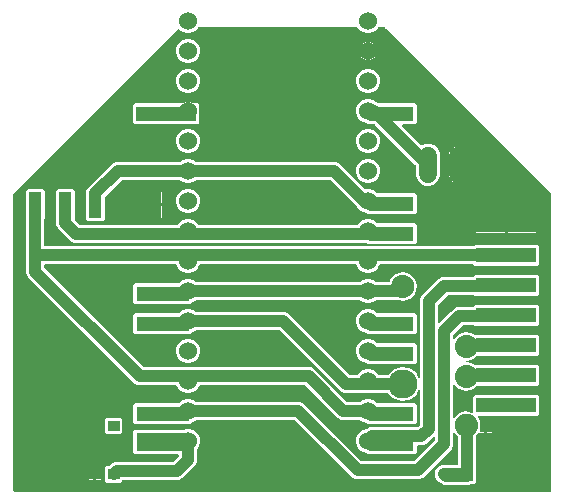
<source format=gbr>
G04 EAGLE Gerber RS-274X export*
G75*
%MOMM*%
%FSLAX34Y34*%
%LPD*%
%INTop Copper*%
%IPPOS*%
%AMOC8*
5,1,8,0,0,1.08239X$1,22.5*%
G01*
%ADD10R,4.445000X1.270000*%
%ADD11R,3.810000X1.270000*%
%ADD12R,5.080000X1.270000*%
%ADD13C,1.016000*%
%ADD14R,4.445000X1.587500*%
%ADD15C,1.524000*%
%ADD16R,1.000000X0.900000*%
%ADD17R,1.066800X2.184400*%
%ADD18C,1.524000*%

G36*
X451798Y-2536D02*
X451798Y-2536D01*
X451817Y-2538D01*
X451919Y-2516D01*
X452021Y-2500D01*
X452038Y-2490D01*
X452058Y-2486D01*
X452147Y-2433D01*
X452238Y-2384D01*
X452252Y-2370D01*
X452269Y-2360D01*
X452336Y-2281D01*
X452408Y-2206D01*
X452416Y-2188D01*
X452429Y-2173D01*
X452468Y-2077D01*
X452511Y-1983D01*
X452513Y-1963D01*
X452521Y-1945D01*
X452539Y-1778D01*
X452539Y249972D01*
X452525Y250062D01*
X452517Y250153D01*
X452505Y250183D01*
X452500Y250215D01*
X452457Y250295D01*
X452421Y250379D01*
X452395Y250411D01*
X452384Y250432D01*
X452361Y250454D01*
X452316Y250510D01*
X312288Y390538D01*
X312214Y390591D01*
X312145Y390651D01*
X312115Y390663D01*
X312089Y390682D01*
X312002Y390709D01*
X311917Y390743D01*
X311876Y390747D01*
X311853Y390754D01*
X311821Y390753D01*
X311750Y390761D01*
X306646Y390761D01*
X306556Y390747D01*
X306465Y390739D01*
X306435Y390727D01*
X306403Y390722D01*
X306323Y390679D01*
X306239Y390643D01*
X306207Y390617D01*
X306186Y390606D01*
X306164Y390583D01*
X306108Y390538D01*
X303356Y387786D01*
X299621Y386239D01*
X295579Y386239D01*
X291844Y387786D01*
X289092Y390538D01*
X289018Y390591D01*
X288949Y390651D01*
X288919Y390663D01*
X288893Y390682D01*
X288806Y390709D01*
X288721Y390743D01*
X288680Y390747D01*
X288657Y390754D01*
X288625Y390753D01*
X288554Y390761D01*
X154246Y390761D01*
X154156Y390747D01*
X154065Y390739D01*
X154035Y390727D01*
X154003Y390722D01*
X153923Y390679D01*
X153839Y390643D01*
X153807Y390617D01*
X153786Y390606D01*
X153764Y390583D01*
X153708Y390538D01*
X150956Y387786D01*
X147221Y386239D01*
X143179Y386239D01*
X139444Y387786D01*
X137740Y389490D01*
X137724Y389502D01*
X137712Y389517D01*
X137624Y389574D01*
X137541Y389634D01*
X137522Y389640D01*
X137505Y389650D01*
X137404Y389676D01*
X137305Y389706D01*
X137286Y389706D01*
X137266Y389711D01*
X137163Y389702D01*
X137060Y389700D01*
X137041Y389693D01*
X137021Y389691D01*
X136926Y389651D01*
X136829Y389615D01*
X136813Y389603D01*
X136795Y389595D01*
X136664Y389490D01*
X-2316Y250510D01*
X-2369Y250436D01*
X-2429Y250367D01*
X-2441Y250337D01*
X-2460Y250311D01*
X-2487Y250224D01*
X-2521Y250139D01*
X-2525Y250098D01*
X-2532Y250075D01*
X-2531Y250043D01*
X-2539Y249972D01*
X-2539Y-1778D01*
X-2536Y-1798D01*
X-2538Y-1817D01*
X-2516Y-1919D01*
X-2500Y-2021D01*
X-2490Y-2038D01*
X-2486Y-2058D01*
X-2433Y-2147D01*
X-2384Y-2238D01*
X-2370Y-2252D01*
X-2360Y-2269D01*
X-2281Y-2336D01*
X-2206Y-2408D01*
X-2188Y-2416D01*
X-2173Y-2429D01*
X-2077Y-2468D01*
X-1983Y-2511D01*
X-1963Y-2513D01*
X-1945Y-2521D01*
X-1778Y-2539D01*
X451778Y-2539D01*
X451798Y-2536D01*
G37*
%LPC*%
G36*
X361984Y3529D02*
X361984Y3529D01*
X359183Y4689D01*
X357740Y6132D01*
X355489Y8383D01*
X354329Y11184D01*
X354329Y14216D01*
X355489Y17017D01*
X357633Y19161D01*
X360434Y20321D01*
X372918Y20321D01*
X372938Y20324D01*
X372957Y20322D01*
X373059Y20344D01*
X373161Y20360D01*
X373178Y20370D01*
X373198Y20374D01*
X373287Y20427D01*
X373378Y20476D01*
X373392Y20490D01*
X373409Y20500D01*
X373476Y20579D01*
X373548Y20654D01*
X373556Y20672D01*
X373569Y20687D01*
X373608Y20783D01*
X373651Y20877D01*
X373653Y20897D01*
X373661Y20915D01*
X373679Y21082D01*
X373679Y44473D01*
X373665Y44563D01*
X373657Y44654D01*
X373645Y44684D01*
X373640Y44716D01*
X373597Y44797D01*
X373561Y44881D01*
X373535Y44913D01*
X373524Y44933D01*
X373501Y44956D01*
X373456Y45012D01*
X370870Y47598D01*
X370812Y47639D01*
X370760Y47689D01*
X370713Y47711D01*
X370671Y47741D01*
X370602Y47762D01*
X370537Y47793D01*
X370485Y47798D01*
X370435Y47814D01*
X370364Y47812D01*
X370293Y47820D01*
X370242Y47809D01*
X370190Y47807D01*
X370122Y47783D01*
X370052Y47767D01*
X370008Y47741D01*
X369959Y47723D01*
X369903Y47678D01*
X369841Y47641D01*
X369807Y47602D01*
X369767Y47569D01*
X369728Y47509D01*
X369681Y47454D01*
X369662Y47406D01*
X369634Y47362D01*
X369616Y47293D01*
X369589Y47226D01*
X369581Y47155D01*
X369573Y47124D01*
X369575Y47100D01*
X369571Y47059D01*
X369571Y36584D01*
X368411Y33783D01*
X344042Y9414D01*
X341241Y8254D01*
X287409Y8254D01*
X284608Y9414D01*
X235666Y58356D01*
X235592Y58409D01*
X235523Y58469D01*
X235493Y58481D01*
X235467Y58500D01*
X235380Y58527D01*
X235295Y58561D01*
X235254Y58565D01*
X235232Y58572D01*
X235199Y58571D01*
X235128Y58579D01*
X152264Y58579D01*
X152174Y58565D01*
X152083Y58557D01*
X152053Y58545D01*
X152021Y58540D01*
X151941Y58497D01*
X151857Y58461D01*
X151825Y58435D01*
X151804Y58424D01*
X151782Y58401D01*
X151726Y58356D01*
X150956Y57586D01*
X149061Y56801D01*
X148961Y56740D01*
X148861Y56680D01*
X148857Y56675D01*
X148852Y56672D01*
X148777Y56582D01*
X148701Y56493D01*
X148699Y56487D01*
X148695Y56482D01*
X148653Y56374D01*
X148609Y56265D01*
X148608Y56257D01*
X148607Y56253D01*
X148606Y56234D01*
X148591Y56098D01*
X147102Y54609D01*
X100548Y54609D01*
X99059Y56098D01*
X99059Y70902D01*
X100548Y72391D01*
X136706Y72391D01*
X136796Y72405D01*
X136887Y72413D01*
X136917Y72425D01*
X136949Y72430D01*
X137029Y72473D01*
X137113Y72509D01*
X137145Y72535D01*
X137166Y72546D01*
X137188Y72569D01*
X137244Y72614D01*
X139444Y74814D01*
X143179Y76361D01*
X147221Y76361D01*
X150956Y74814D01*
X151726Y74044D01*
X151800Y73991D01*
X151869Y73931D01*
X151899Y73919D01*
X151926Y73900D01*
X152012Y73873D01*
X152097Y73839D01*
X152138Y73835D01*
X152161Y73828D01*
X152193Y73829D01*
X152264Y73821D01*
X240116Y73821D01*
X242917Y72661D01*
X291859Y23719D01*
X291933Y23666D01*
X292002Y23606D01*
X292032Y23594D01*
X292058Y23575D01*
X292145Y23548D01*
X292230Y23514D01*
X292271Y23510D01*
X292293Y23503D01*
X292326Y23504D01*
X292397Y23496D01*
X336253Y23496D01*
X336343Y23510D01*
X336434Y23518D01*
X336464Y23530D01*
X336496Y23535D01*
X336577Y23578D01*
X336660Y23614D01*
X336693Y23640D01*
X336713Y23651D01*
X336735Y23674D01*
X336791Y23719D01*
X354106Y41034D01*
X354159Y41108D01*
X354219Y41177D01*
X354231Y41207D01*
X354250Y41233D01*
X354277Y41320D01*
X354311Y41405D01*
X354315Y41446D01*
X354322Y41468D01*
X354321Y41501D01*
X354329Y41572D01*
X354329Y43264D01*
X354318Y43335D01*
X354316Y43407D01*
X354298Y43456D01*
X354290Y43507D01*
X354256Y43570D01*
X354231Y43638D01*
X354199Y43678D01*
X354174Y43724D01*
X354122Y43774D01*
X354078Y43830D01*
X354034Y43858D01*
X353996Y43894D01*
X353931Y43924D01*
X353871Y43963D01*
X353820Y43975D01*
X353773Y43997D01*
X353702Y44005D01*
X353632Y44023D01*
X353580Y44019D01*
X353529Y44024D01*
X353458Y44009D01*
X353387Y44004D01*
X353339Y43983D01*
X353288Y43972D01*
X353227Y43935D01*
X353161Y43907D01*
X353105Y43862D01*
X353077Y43846D01*
X353062Y43828D01*
X353030Y43802D01*
X347217Y37989D01*
X344416Y36829D01*
X339852Y36829D01*
X339832Y36826D01*
X339813Y36828D01*
X339711Y36806D01*
X339609Y36790D01*
X339592Y36780D01*
X339572Y36776D01*
X339483Y36723D01*
X339392Y36674D01*
X339378Y36660D01*
X339361Y36650D01*
X339294Y36571D01*
X339222Y36496D01*
X339214Y36478D01*
X339201Y36463D01*
X339162Y36367D01*
X339119Y36273D01*
X339117Y36253D01*
X339109Y36235D01*
X339091Y36068D01*
X339091Y30698D01*
X337602Y29209D01*
X297398Y29209D01*
X296191Y30416D01*
X296117Y30469D01*
X296047Y30529D01*
X296017Y30541D01*
X295991Y30560D01*
X295904Y30587D01*
X295819Y30621D01*
X295778Y30625D01*
X295756Y30632D01*
X295724Y30631D01*
X295652Y30639D01*
X295579Y30639D01*
X291844Y32186D01*
X288986Y35044D01*
X287439Y38779D01*
X287439Y42821D01*
X288986Y46556D01*
X291844Y49414D01*
X295579Y50961D01*
X296903Y50961D01*
X296968Y50971D01*
X297033Y50972D01*
X297113Y50995D01*
X297146Y51000D01*
X297163Y51010D01*
X297194Y51019D01*
X299734Y52071D01*
X339428Y52071D01*
X339518Y52085D01*
X339609Y52093D01*
X339639Y52105D01*
X339671Y52110D01*
X339752Y52153D01*
X339835Y52189D01*
X339868Y52215D01*
X339888Y52226D01*
X339910Y52249D01*
X339966Y52294D01*
X341406Y53734D01*
X341459Y53808D01*
X341519Y53877D01*
X341531Y53907D01*
X341550Y53933D01*
X341577Y54020D01*
X341611Y54105D01*
X341615Y54146D01*
X341622Y54168D01*
X341621Y54201D01*
X341629Y54272D01*
X341629Y82930D01*
X341619Y82993D01*
X341619Y83056D01*
X341599Y83113D01*
X341590Y83173D01*
X341560Y83229D01*
X341540Y83289D01*
X341503Y83337D01*
X341474Y83391D01*
X341429Y83434D01*
X341390Y83484D01*
X341340Y83518D01*
X341296Y83560D01*
X341239Y83587D01*
X341186Y83622D01*
X341128Y83638D01*
X341073Y83664D01*
X341010Y83670D01*
X340949Y83687D01*
X340889Y83684D01*
X340829Y83691D01*
X340767Y83677D01*
X340704Y83674D01*
X340648Y83651D01*
X340588Y83638D01*
X340534Y83606D01*
X340475Y83582D01*
X340429Y83543D01*
X340377Y83512D01*
X340336Y83464D01*
X340288Y83423D01*
X340239Y83350D01*
X340217Y83325D01*
X340210Y83309D01*
X340194Y83284D01*
X338026Y79154D01*
X332237Y75158D01*
X325253Y74310D01*
X318676Y76804D01*
X314939Y81023D01*
X314850Y81095D01*
X314764Y81169D01*
X314755Y81172D01*
X314748Y81178D01*
X314641Y81218D01*
X314535Y81261D01*
X314524Y81262D01*
X314518Y81265D01*
X314494Y81265D01*
X314369Y81279D01*
X277884Y81279D01*
X275083Y82439D01*
X222966Y134556D01*
X222892Y134609D01*
X222823Y134669D01*
X222793Y134681D01*
X222767Y134700D01*
X222680Y134727D01*
X222595Y134761D01*
X222554Y134765D01*
X222532Y134772D01*
X222499Y134771D01*
X222428Y134779D01*
X152264Y134779D01*
X152174Y134765D01*
X152083Y134757D01*
X152053Y134745D01*
X152021Y134740D01*
X151941Y134697D01*
X151857Y134661D01*
X151825Y134635D01*
X151804Y134624D01*
X151782Y134601D01*
X151726Y134556D01*
X150956Y133786D01*
X149061Y133001D01*
X148961Y132940D01*
X148861Y132880D01*
X148857Y132875D01*
X148852Y132872D01*
X148777Y132782D01*
X148701Y132693D01*
X148699Y132687D01*
X148695Y132682D01*
X148653Y132574D01*
X148609Y132465D01*
X148608Y132457D01*
X148607Y132453D01*
X148606Y132434D01*
X148591Y132298D01*
X147102Y130809D01*
X100548Y130809D01*
X99059Y132298D01*
X99059Y147102D01*
X100548Y148591D01*
X136706Y148591D01*
X136796Y148605D01*
X136887Y148613D01*
X136917Y148625D01*
X136949Y148630D01*
X137029Y148673D01*
X137113Y148709D01*
X137145Y148735D01*
X137166Y148746D01*
X137188Y148769D01*
X137244Y148814D01*
X139444Y151014D01*
X143179Y152561D01*
X147221Y152561D01*
X150956Y151014D01*
X151726Y150244D01*
X151800Y150191D01*
X151869Y150131D01*
X151899Y150119D01*
X151926Y150100D01*
X152012Y150073D01*
X152097Y150039D01*
X152138Y150035D01*
X152161Y150028D01*
X152193Y150029D01*
X152264Y150021D01*
X227416Y150021D01*
X230217Y148861D01*
X282334Y96744D01*
X282408Y96691D01*
X282477Y96631D01*
X282507Y96619D01*
X282533Y96600D01*
X282620Y96573D01*
X282705Y96539D01*
X282746Y96535D01*
X282768Y96528D01*
X282801Y96529D01*
X282872Y96521D01*
X288132Y96521D01*
X288246Y96539D01*
X288363Y96557D01*
X288368Y96559D01*
X288374Y96560D01*
X288477Y96615D01*
X288582Y96668D01*
X288586Y96673D01*
X288592Y96676D01*
X288672Y96760D01*
X288754Y96844D01*
X288758Y96850D01*
X288761Y96854D01*
X288769Y96871D01*
X288835Y96991D01*
X288986Y97356D01*
X291844Y100214D01*
X295579Y101761D01*
X299621Y101761D01*
X303356Y100214D01*
X306214Y97356D01*
X306365Y96991D01*
X306426Y96892D01*
X306487Y96791D01*
X306491Y96787D01*
X306495Y96782D01*
X306584Y96708D01*
X306673Y96631D01*
X306679Y96629D01*
X306684Y96625D01*
X306792Y96583D01*
X306902Y96539D01*
X306909Y96538D01*
X306914Y96537D01*
X306932Y96536D01*
X307068Y96521D01*
X314369Y96521D01*
X314481Y96539D01*
X314594Y96555D01*
X314602Y96559D01*
X314612Y96560D01*
X314712Y96613D01*
X314814Y96665D01*
X314822Y96672D01*
X314829Y96676D01*
X314845Y96693D01*
X314939Y96777D01*
X318676Y100996D01*
X325253Y103490D01*
X332237Y102642D01*
X338026Y98646D01*
X340194Y94516D01*
X340232Y94465D01*
X340262Y94409D01*
X340305Y94368D01*
X340342Y94319D01*
X340394Y94284D01*
X340440Y94240D01*
X340495Y94215D01*
X340545Y94180D01*
X340606Y94163D01*
X340663Y94136D01*
X340723Y94130D01*
X340782Y94113D01*
X340845Y94116D01*
X340907Y94109D01*
X340967Y94122D01*
X341027Y94125D01*
X341086Y94148D01*
X341148Y94162D01*
X341200Y94193D01*
X341256Y94215D01*
X341305Y94255D01*
X341359Y94288D01*
X341398Y94334D01*
X341445Y94373D01*
X341478Y94427D01*
X341519Y94475D01*
X341541Y94531D01*
X341573Y94583D01*
X341587Y94644D01*
X341611Y94703D01*
X341620Y94790D01*
X341628Y94822D01*
X341626Y94840D01*
X341629Y94870D01*
X341629Y160266D01*
X342789Y163067D01*
X357633Y177911D01*
X360434Y179071D01*
X386198Y179071D01*
X386218Y179074D01*
X386237Y179072D01*
X386339Y179094D01*
X386441Y179110D01*
X386458Y179120D01*
X386478Y179124D01*
X386567Y179177D01*
X386658Y179226D01*
X386672Y179240D01*
X386689Y179250D01*
X386756Y179329D01*
X386828Y179404D01*
X386836Y179422D01*
X386849Y179437D01*
X386888Y179533D01*
X386931Y179627D01*
X386933Y179647D01*
X386941Y179665D01*
X386943Y179686D01*
X388448Y181191D01*
X441352Y181191D01*
X442841Y179702D01*
X442841Y164898D01*
X441352Y163409D01*
X388448Y163409D01*
X388251Y163606D01*
X388177Y163659D01*
X388107Y163719D01*
X388077Y163731D01*
X388051Y163750D01*
X387964Y163777D01*
X387879Y163811D01*
X387838Y163815D01*
X387816Y163822D01*
X387784Y163821D01*
X387712Y163829D01*
X365422Y163829D01*
X365332Y163815D01*
X365241Y163807D01*
X365211Y163795D01*
X365179Y163790D01*
X365098Y163747D01*
X365015Y163711D01*
X364982Y163685D01*
X364962Y163674D01*
X364940Y163651D01*
X364884Y163606D01*
X357094Y155816D01*
X357041Y155742D01*
X356981Y155673D01*
X356969Y155643D01*
X356950Y155617D01*
X356923Y155530D01*
X356889Y155445D01*
X356885Y155404D01*
X356878Y155382D01*
X356879Y155349D01*
X356871Y155278D01*
X356871Y140886D01*
X356882Y140815D01*
X356884Y140743D01*
X356902Y140694D01*
X356910Y140643D01*
X356944Y140580D01*
X356969Y140512D01*
X357001Y140472D01*
X357026Y140426D01*
X357078Y140376D01*
X357122Y140320D01*
X357166Y140292D01*
X357204Y140256D01*
X357269Y140226D01*
X357329Y140187D01*
X357380Y140175D01*
X357427Y140153D01*
X357498Y140145D01*
X357568Y140127D01*
X357620Y140131D01*
X357671Y140126D01*
X357742Y140141D01*
X357813Y140146D01*
X357861Y140167D01*
X357912Y140178D01*
X357973Y140215D01*
X358039Y140243D01*
X358095Y140288D01*
X358123Y140304D01*
X358138Y140322D01*
X358170Y140348D01*
X368082Y150260D01*
X370333Y152511D01*
X373134Y153671D01*
X386198Y153671D01*
X386218Y153674D01*
X386237Y153672D01*
X386339Y153694D01*
X386441Y153710D01*
X386458Y153720D01*
X386478Y153724D01*
X386567Y153777D01*
X386658Y153826D01*
X386672Y153840D01*
X386689Y153850D01*
X386756Y153929D01*
X386828Y154004D01*
X386836Y154022D01*
X386849Y154037D01*
X386888Y154133D01*
X386931Y154227D01*
X386933Y154247D01*
X386941Y154265D01*
X386943Y154286D01*
X388448Y155791D01*
X441352Y155791D01*
X442841Y154302D01*
X442841Y139498D01*
X441352Y138009D01*
X388448Y138009D01*
X388251Y138206D01*
X388177Y138259D01*
X388107Y138319D01*
X388077Y138331D01*
X388051Y138350D01*
X387964Y138377D01*
X387879Y138411D01*
X387838Y138415D01*
X387816Y138422D01*
X387784Y138421D01*
X387712Y138429D01*
X378122Y138429D01*
X378032Y138415D01*
X377941Y138407D01*
X377911Y138395D01*
X377879Y138390D01*
X377798Y138347D01*
X377715Y138311D01*
X377682Y138285D01*
X377662Y138274D01*
X377640Y138251D01*
X377584Y138206D01*
X369794Y130416D01*
X369746Y130349D01*
X369743Y130346D01*
X369741Y130344D01*
X369741Y130342D01*
X369681Y130273D01*
X369669Y130243D01*
X369650Y130217D01*
X369623Y130130D01*
X369589Y130045D01*
X369585Y130004D01*
X369578Y129982D01*
X369579Y129949D01*
X369571Y129878D01*
X369571Y127566D01*
X369582Y127495D01*
X369584Y127423D01*
X369602Y127374D01*
X369610Y127323D01*
X369644Y127259D01*
X369669Y127192D01*
X369701Y127151D01*
X369726Y127105D01*
X369778Y127056D01*
X369822Y127000D01*
X369866Y126972D01*
X369904Y126936D01*
X369969Y126906D01*
X370029Y126867D01*
X370080Y126854D01*
X370127Y126832D01*
X370198Y126825D01*
X370268Y126807D01*
X370320Y126811D01*
X370371Y126805D01*
X370442Y126821D01*
X370513Y126826D01*
X370561Y126847D01*
X370612Y126858D01*
X370673Y126894D01*
X370739Y126922D01*
X370795Y126967D01*
X370823Y126984D01*
X370838Y127002D01*
X370870Y127027D01*
X374958Y131115D01*
X381000Y132734D01*
X387042Y131115D01*
X387569Y130588D01*
X387585Y130577D01*
X387598Y130561D01*
X387685Y130505D01*
X387768Y130445D01*
X387788Y130439D01*
X387805Y130428D01*
X387905Y130403D01*
X388003Y130372D01*
X388024Y130373D01*
X388043Y130368D01*
X388146Y130376D01*
X388249Y130379D01*
X388268Y130386D01*
X388288Y130387D01*
X388296Y130391D01*
X441352Y130391D01*
X442841Y128902D01*
X442841Y114098D01*
X441352Y112609D01*
X389782Y112609D01*
X389692Y112595D01*
X389601Y112587D01*
X389571Y112575D01*
X389539Y112570D01*
X389458Y112527D01*
X389374Y112491D01*
X389342Y112465D01*
X389322Y112454D01*
X389299Y112431D01*
X389243Y112386D01*
X387042Y110185D01*
X381445Y108685D01*
X381402Y108666D01*
X381355Y108655D01*
X381290Y108615D01*
X381221Y108584D01*
X381186Y108551D01*
X381145Y108526D01*
X381096Y108468D01*
X381041Y108417D01*
X381018Y108375D01*
X380987Y108338D01*
X380960Y108267D01*
X380923Y108201D01*
X380915Y108153D01*
X380898Y108109D01*
X380894Y108033D01*
X380881Y107958D01*
X380888Y107911D01*
X380886Y107863D01*
X380907Y107790D01*
X380918Y107715D01*
X380940Y107673D01*
X380953Y107626D01*
X380996Y107564D01*
X381031Y107496D01*
X381065Y107463D01*
X381092Y107424D01*
X381153Y107378D01*
X381207Y107325D01*
X381251Y107304D01*
X381289Y107276D01*
X381409Y107229D01*
X381429Y107219D01*
X381436Y107218D01*
X381445Y107215D01*
X387042Y105715D01*
X387569Y105188D01*
X387585Y105177D01*
X387598Y105161D01*
X387685Y105105D01*
X387768Y105045D01*
X387788Y105039D01*
X387805Y105028D01*
X387905Y105003D01*
X388003Y104972D01*
X388024Y104973D01*
X388043Y104968D01*
X388146Y104976D01*
X388249Y104979D01*
X388268Y104986D01*
X388288Y104987D01*
X388296Y104991D01*
X441352Y104991D01*
X442841Y103502D01*
X442841Y88698D01*
X441352Y87209D01*
X389782Y87209D01*
X389692Y87195D01*
X389601Y87187D01*
X389571Y87175D01*
X389539Y87170D01*
X389458Y87127D01*
X389374Y87091D01*
X389342Y87065D01*
X389322Y87054D01*
X389299Y87031D01*
X389243Y86986D01*
X387042Y84785D01*
X381000Y83166D01*
X374958Y84785D01*
X370870Y88873D01*
X370812Y88914D01*
X370760Y88964D01*
X370713Y88986D01*
X370671Y89016D01*
X370602Y89037D01*
X370537Y89068D01*
X370485Y89073D01*
X370435Y89089D01*
X370364Y89087D01*
X370293Y89095D01*
X370242Y89084D01*
X370190Y89082D01*
X370122Y89058D01*
X370052Y89042D01*
X370008Y89016D01*
X369959Y88998D01*
X369903Y88953D01*
X369841Y88916D01*
X369807Y88877D01*
X369767Y88844D01*
X369728Y88784D01*
X369681Y88729D01*
X369662Y88681D01*
X369634Y88637D01*
X369616Y88568D01*
X369589Y88501D01*
X369581Y88430D01*
X369573Y88399D01*
X369575Y88375D01*
X369571Y88334D01*
X369571Y60891D01*
X369582Y60820D01*
X369584Y60748D01*
X369602Y60699D01*
X369610Y60648D01*
X369644Y60584D01*
X369669Y60517D01*
X369701Y60476D01*
X369726Y60430D01*
X369778Y60381D01*
X369822Y60325D01*
X369866Y60297D01*
X369904Y60261D01*
X369969Y60231D01*
X370029Y60192D01*
X370080Y60179D01*
X370127Y60157D01*
X370198Y60150D01*
X370268Y60132D01*
X370320Y60136D01*
X370371Y60130D01*
X370442Y60146D01*
X370513Y60151D01*
X370561Y60172D01*
X370612Y60183D01*
X370673Y60219D01*
X370739Y60247D01*
X370795Y60292D01*
X370823Y60309D01*
X370838Y60327D01*
X370870Y60352D01*
X374958Y64440D01*
X381000Y66059D01*
X386001Y64719D01*
X386120Y64707D01*
X386237Y64694D01*
X386242Y64695D01*
X386246Y64695D01*
X386361Y64721D01*
X386478Y64746D01*
X386481Y64748D01*
X386486Y64749D01*
X386587Y64812D01*
X386689Y64873D01*
X386692Y64876D01*
X386695Y64878D01*
X386772Y64969D01*
X386849Y65059D01*
X386850Y65063D01*
X386853Y65067D01*
X386896Y65177D01*
X386941Y65288D01*
X386941Y65293D01*
X386943Y65296D01*
X386943Y65309D01*
X386959Y65454D01*
X386959Y78102D01*
X388448Y79591D01*
X441352Y79591D01*
X442841Y78102D01*
X442841Y63298D01*
X441352Y61809D01*
X391511Y61809D01*
X391440Y61798D01*
X391368Y61796D01*
X391319Y61778D01*
X391268Y61770D01*
X391205Y61736D01*
X391137Y61711D01*
X391096Y61679D01*
X391050Y61654D01*
X391001Y61603D01*
X390945Y61558D01*
X390917Y61514D01*
X390881Y61476D01*
X390851Y61411D01*
X390812Y61351D01*
X390799Y61300D01*
X390777Y61253D01*
X390770Y61182D01*
X390752Y61112D01*
X390756Y61060D01*
X390750Y61009D01*
X390766Y60938D01*
X390771Y60867D01*
X390792Y60819D01*
X390803Y60768D01*
X390839Y60707D01*
X390868Y60641D01*
X390912Y60585D01*
X390929Y60557D01*
X390947Y60542D01*
X390972Y60510D01*
X391465Y60017D01*
X392216Y57215D01*
X392234Y57175D01*
X392243Y57132D01*
X392284Y57064D01*
X392317Y56991D01*
X392347Y56959D01*
X392369Y56921D01*
X392430Y56869D01*
X392484Y56811D01*
X392523Y56790D01*
X392556Y56761D01*
X392630Y56731D01*
X392701Y56693D01*
X392744Y56686D01*
X392784Y56669D01*
X392929Y56653D01*
X392943Y56651D01*
X392946Y56651D01*
X392951Y56651D01*
X395777Y56651D01*
X395777Y52912D01*
X395780Y52892D01*
X395778Y52873D01*
X395800Y52771D01*
X395817Y52669D01*
X395826Y52652D01*
X395830Y52632D01*
X395883Y52543D01*
X395932Y52452D01*
X395946Y52438D01*
X395956Y52421D01*
X396035Y52354D01*
X396110Y52283D01*
X396128Y52274D01*
X396143Y52261D01*
X396239Y52222D01*
X396333Y52179D01*
X396353Y52177D01*
X396371Y52169D01*
X396538Y52151D01*
X397301Y52151D01*
X397301Y52149D01*
X396538Y52149D01*
X396518Y52146D01*
X396499Y52148D01*
X396397Y52126D01*
X396295Y52109D01*
X396278Y52100D01*
X396258Y52096D01*
X396169Y52043D01*
X396078Y51994D01*
X396064Y51980D01*
X396047Y51970D01*
X395980Y51891D01*
X395909Y51816D01*
X395900Y51798D01*
X395887Y51783D01*
X395848Y51687D01*
X395805Y51593D01*
X395803Y51573D01*
X395795Y51555D01*
X395777Y51388D01*
X395777Y47649D01*
X392300Y47649D01*
X392279Y47670D01*
X392263Y47682D01*
X392250Y47697D01*
X392163Y47753D01*
X392079Y47814D01*
X392060Y47820D01*
X392043Y47830D01*
X391943Y47856D01*
X391844Y47886D01*
X391824Y47886D01*
X391805Y47890D01*
X391702Y47882D01*
X391598Y47880D01*
X391579Y47873D01*
X391560Y47871D01*
X391464Y47831D01*
X391367Y47795D01*
X391352Y47783D01*
X391333Y47775D01*
X391202Y47670D01*
X389144Y45612D01*
X389091Y45538D01*
X389031Y45468D01*
X389019Y45438D01*
X389000Y45412D01*
X388973Y45325D01*
X388939Y45240D01*
X388935Y45199D01*
X388928Y45177D01*
X388929Y45145D01*
X388921Y45073D01*
X388921Y9634D01*
X388899Y9581D01*
X388884Y9517D01*
X388859Y9456D01*
X388850Y9373D01*
X388843Y9341D01*
X388844Y9322D01*
X388841Y9290D01*
X388841Y5598D01*
X387352Y4109D01*
X384368Y4109D01*
X384303Y4099D01*
X384237Y4098D01*
X384157Y4075D01*
X384125Y4070D01*
X384108Y4060D01*
X384076Y4051D01*
X382816Y3529D01*
X361984Y3529D01*
G37*
%LPD*%
%LPC*%
G36*
X297398Y54609D02*
X297398Y54609D01*
X296191Y55816D01*
X296117Y55869D01*
X296047Y55929D01*
X296017Y55941D01*
X295991Y55960D01*
X295904Y55987D01*
X295819Y56021D01*
X295778Y56025D01*
X295756Y56032D01*
X295724Y56031D01*
X295652Y56039D01*
X295579Y56039D01*
X291844Y57586D01*
X291074Y58356D01*
X291000Y58409D01*
X290931Y58469D01*
X290901Y58481D01*
X290874Y58500D01*
X290788Y58527D01*
X290703Y58561D01*
X290662Y58565D01*
X290639Y58572D01*
X290607Y58571D01*
X290536Y58579D01*
X275184Y58579D01*
X272383Y59739D01*
X244716Y87406D01*
X244642Y87459D01*
X244573Y87519D01*
X244543Y87531D01*
X244517Y87550D01*
X244430Y87577D01*
X244345Y87611D01*
X244304Y87615D01*
X244282Y87622D01*
X244249Y87621D01*
X244178Y87629D01*
X155062Y87629D01*
X154947Y87610D01*
X154831Y87593D01*
X154825Y87591D01*
X154819Y87590D01*
X154716Y87535D01*
X154612Y87482D01*
X154607Y87477D01*
X154602Y87474D01*
X154521Y87390D01*
X154439Y87306D01*
X154436Y87300D01*
X154432Y87296D01*
X154425Y87279D01*
X154359Y87159D01*
X153814Y85844D01*
X150956Y82986D01*
X147221Y81439D01*
X143179Y81439D01*
X139444Y82986D01*
X136586Y85844D01*
X136041Y87159D01*
X135980Y87259D01*
X135920Y87359D01*
X135915Y87363D01*
X135912Y87368D01*
X135822Y87443D01*
X135733Y87519D01*
X135727Y87521D01*
X135722Y87525D01*
X135614Y87567D01*
X135505Y87611D01*
X135497Y87612D01*
X135493Y87613D01*
X135474Y87614D01*
X135338Y87629D01*
X103259Y87629D01*
X100458Y88789D01*
X9589Y179658D01*
X8429Y182459D01*
X8429Y228156D01*
X8415Y228246D01*
X8407Y228337D01*
X8395Y228367D01*
X8390Y228399D01*
X8347Y228480D01*
X8311Y228564D01*
X8285Y228596D01*
X8274Y228616D01*
X8251Y228639D01*
X8206Y228695D01*
X8175Y228726D01*
X8175Y252674D01*
X9664Y254163D01*
X22436Y254163D01*
X23925Y252674D01*
X23925Y228726D01*
X23894Y228695D01*
X23841Y228621D01*
X23781Y228551D01*
X23769Y228521D01*
X23750Y228495D01*
X23723Y228408D01*
X23689Y228323D01*
X23685Y228282D01*
X23678Y228260D01*
X23679Y228228D01*
X23671Y228156D01*
X23671Y206082D01*
X23674Y206062D01*
X23672Y206043D01*
X23694Y205941D01*
X23710Y205839D01*
X23720Y205822D01*
X23724Y205802D01*
X23777Y205713D01*
X23826Y205622D01*
X23840Y205608D01*
X23850Y205591D01*
X23929Y205524D01*
X24004Y205452D01*
X24022Y205444D01*
X24037Y205431D01*
X24133Y205392D01*
X24227Y205349D01*
X24247Y205347D01*
X24265Y205339D01*
X24432Y205321D01*
X386862Y205321D01*
X386952Y205335D01*
X387043Y205343D01*
X387073Y205355D01*
X387105Y205360D01*
X387186Y205403D01*
X387270Y205439D01*
X387302Y205465D01*
X387322Y205476D01*
X387345Y205499D01*
X387401Y205544D01*
X388448Y206591D01*
X441352Y206591D01*
X442841Y205102D01*
X442841Y190298D01*
X441352Y188809D01*
X388448Y188809D01*
X387401Y189856D01*
X387327Y189909D01*
X387257Y189969D01*
X387227Y189981D01*
X387201Y190000D01*
X387114Y190027D01*
X387029Y190061D01*
X386988Y190065D01*
X386966Y190072D01*
X386934Y190071D01*
X386862Y190079D01*
X307814Y190079D01*
X307699Y190060D01*
X307583Y190043D01*
X307577Y190041D01*
X307571Y190040D01*
X307469Y189985D01*
X307364Y189932D01*
X307359Y189927D01*
X307354Y189924D01*
X307274Y189840D01*
X307191Y189756D01*
X307188Y189750D01*
X307184Y189746D01*
X307177Y189729D01*
X307111Y189609D01*
X306214Y187444D01*
X303356Y184586D01*
X299621Y183039D01*
X295579Y183039D01*
X291844Y184586D01*
X288986Y187444D01*
X288089Y189609D01*
X288028Y189709D01*
X287968Y189809D01*
X287963Y189813D01*
X287960Y189818D01*
X287870Y189893D01*
X287781Y189969D01*
X287775Y189971D01*
X287770Y189975D01*
X287662Y190017D01*
X287553Y190061D01*
X287545Y190062D01*
X287541Y190063D01*
X287522Y190064D01*
X287386Y190079D01*
X155414Y190079D01*
X155299Y190060D01*
X155183Y190043D01*
X155177Y190041D01*
X155171Y190040D01*
X155069Y189985D01*
X154964Y189932D01*
X154959Y189927D01*
X154954Y189924D01*
X154874Y189840D01*
X154791Y189756D01*
X154788Y189750D01*
X154784Y189746D01*
X154777Y189729D01*
X154711Y189609D01*
X153814Y187444D01*
X150956Y184586D01*
X147221Y183039D01*
X143179Y183039D01*
X139444Y184586D01*
X136586Y187444D01*
X135689Y189609D01*
X135628Y189709D01*
X135568Y189809D01*
X135563Y189813D01*
X135560Y189818D01*
X135470Y189893D01*
X135381Y189969D01*
X135375Y189971D01*
X135370Y189975D01*
X135262Y190017D01*
X135153Y190061D01*
X135145Y190062D01*
X135141Y190063D01*
X135122Y190064D01*
X134986Y190079D01*
X24432Y190079D01*
X24412Y190076D01*
X24393Y190078D01*
X24291Y190056D01*
X24189Y190040D01*
X24172Y190030D01*
X24152Y190026D01*
X24063Y189973D01*
X23972Y189924D01*
X23958Y189910D01*
X23941Y189900D01*
X23874Y189821D01*
X23802Y189746D01*
X23794Y189728D01*
X23781Y189713D01*
X23742Y189617D01*
X23699Y189523D01*
X23697Y189503D01*
X23689Y189485D01*
X23671Y189318D01*
X23671Y187447D01*
X23685Y187357D01*
X23693Y187266D01*
X23705Y187236D01*
X23710Y187204D01*
X23753Y187123D01*
X23789Y187040D01*
X23815Y187007D01*
X23826Y186987D01*
X23849Y186965D01*
X23894Y186909D01*
X107709Y103094D01*
X107783Y103041D01*
X107852Y102981D01*
X107882Y102969D01*
X107908Y102950D01*
X107995Y102923D01*
X108080Y102889D01*
X108121Y102885D01*
X108143Y102878D01*
X108176Y102879D01*
X108247Y102871D01*
X249166Y102871D01*
X251967Y101711D01*
X254217Y99460D01*
X254218Y99460D01*
X279634Y74044D01*
X279708Y73991D01*
X279777Y73931D01*
X279807Y73919D01*
X279833Y73900D01*
X279920Y73873D01*
X280005Y73839D01*
X280046Y73835D01*
X280068Y73828D01*
X280101Y73829D01*
X280172Y73821D01*
X290536Y73821D01*
X290626Y73835D01*
X290717Y73843D01*
X290747Y73855D01*
X290779Y73860D01*
X290859Y73903D01*
X290943Y73939D01*
X290975Y73965D01*
X290996Y73976D01*
X291018Y73999D01*
X291074Y74044D01*
X291844Y74814D01*
X295579Y76361D01*
X299621Y76361D01*
X303356Y74814D01*
X305556Y72614D01*
X305630Y72561D01*
X305699Y72501D01*
X305729Y72489D01*
X305756Y72470D01*
X305842Y72443D01*
X305927Y72409D01*
X305968Y72405D01*
X305991Y72398D01*
X306023Y72399D01*
X306094Y72391D01*
X337602Y72391D01*
X339091Y70902D01*
X339091Y56098D01*
X337602Y54609D01*
X297398Y54609D01*
G37*
%LPD*%
%LPC*%
G36*
X297398Y207009D02*
X297398Y207009D01*
X296351Y208056D01*
X296277Y208109D01*
X296207Y208169D01*
X296177Y208181D01*
X296151Y208200D01*
X296064Y208227D01*
X295979Y208261D01*
X295938Y208265D01*
X295916Y208272D01*
X295884Y208271D01*
X295812Y208279D01*
X49284Y208279D01*
X46483Y209439D01*
X34989Y220933D01*
X33829Y223734D01*
X33829Y228156D01*
X33815Y228246D01*
X33807Y228337D01*
X33795Y228367D01*
X33790Y228399D01*
X33747Y228480D01*
X33711Y228564D01*
X33685Y228596D01*
X33674Y228616D01*
X33651Y228639D01*
X33606Y228695D01*
X33575Y228726D01*
X33575Y252674D01*
X35064Y254163D01*
X47836Y254163D01*
X49325Y252674D01*
X49325Y228468D01*
X49339Y228378D01*
X49347Y228287D01*
X49359Y228257D01*
X49364Y228225D01*
X49407Y228144D01*
X49443Y228061D01*
X49469Y228028D01*
X49480Y228008D01*
X49503Y227986D01*
X49548Y227930D01*
X53734Y223744D01*
X53808Y223691D01*
X53877Y223631D01*
X53907Y223619D01*
X53933Y223600D01*
X54021Y223573D01*
X54105Y223539D01*
X54146Y223535D01*
X54168Y223528D01*
X54201Y223529D01*
X54272Y223521D01*
X135732Y223521D01*
X135846Y223539D01*
X135963Y223557D01*
X135968Y223559D01*
X135974Y223560D01*
X136077Y223615D01*
X136182Y223668D01*
X136186Y223673D01*
X136192Y223676D01*
X136272Y223760D01*
X136354Y223844D01*
X136358Y223850D01*
X136361Y223854D01*
X136369Y223871D01*
X136435Y223991D01*
X136586Y224356D01*
X139444Y227214D01*
X143179Y228761D01*
X147221Y228761D01*
X150956Y227214D01*
X153814Y224356D01*
X153965Y223991D01*
X154026Y223892D01*
X154087Y223791D01*
X154091Y223787D01*
X154095Y223782D01*
X154184Y223708D01*
X154273Y223631D01*
X154279Y223629D01*
X154284Y223625D01*
X154392Y223583D01*
X154502Y223539D01*
X154509Y223538D01*
X154514Y223537D01*
X154532Y223536D01*
X154668Y223521D01*
X288132Y223521D01*
X288246Y223539D01*
X288363Y223557D01*
X288368Y223559D01*
X288374Y223560D01*
X288477Y223615D01*
X288582Y223668D01*
X288586Y223673D01*
X288592Y223676D01*
X288672Y223760D01*
X288754Y223844D01*
X288758Y223850D01*
X288761Y223854D01*
X288769Y223871D01*
X288835Y223991D01*
X288986Y224356D01*
X291844Y227214D01*
X295579Y228761D01*
X299621Y228761D01*
X303356Y227214D01*
X305556Y225014D01*
X305630Y224961D01*
X305699Y224901D01*
X305729Y224889D01*
X305755Y224870D01*
X305842Y224843D01*
X305927Y224809D01*
X305968Y224805D01*
X305991Y224798D01*
X306023Y224799D01*
X306094Y224791D01*
X337602Y224791D01*
X339091Y223302D01*
X339091Y208498D01*
X337602Y207009D01*
X297398Y207009D01*
G37*
%LPD*%
%LPC*%
G36*
X60464Y227237D02*
X60464Y227237D01*
X58975Y228726D01*
X58975Y252674D01*
X59962Y253661D01*
X60000Y253714D01*
X60046Y253761D01*
X60086Y253834D01*
X60105Y253861D01*
X60111Y253879D01*
X60127Y253908D01*
X60389Y254542D01*
X62640Y256793D01*
X79457Y273610D01*
X81708Y275861D01*
X84509Y277021D01*
X138136Y277021D01*
X138226Y277035D01*
X138317Y277043D01*
X138347Y277055D01*
X138379Y277060D01*
X138459Y277103D01*
X138543Y277139D01*
X138575Y277165D01*
X138596Y277176D01*
X138618Y277199D01*
X138674Y277244D01*
X139444Y278014D01*
X143179Y279561D01*
X147221Y279561D01*
X150956Y278014D01*
X151726Y277244D01*
X151800Y277191D01*
X151869Y277131D01*
X151899Y277119D01*
X151926Y277100D01*
X152012Y277073D01*
X152097Y277039D01*
X152138Y277035D01*
X152161Y277028D01*
X152193Y277029D01*
X152264Y277021D01*
X270541Y277021D01*
X273342Y275861D01*
X275593Y273610D01*
X294839Y254363D01*
X294933Y254295D01*
X295028Y254225D01*
X295034Y254223D01*
X295039Y254219D01*
X295150Y254185D01*
X295262Y254149D01*
X295268Y254149D01*
X295274Y254147D01*
X295391Y254150D01*
X295508Y254151D01*
X295515Y254153D01*
X295520Y254153D01*
X295537Y254160D01*
X295540Y254161D01*
X299621Y254161D01*
X303356Y252614D01*
X305556Y250414D01*
X305630Y250361D01*
X305699Y250301D01*
X305729Y250289D01*
X305756Y250270D01*
X305842Y250243D01*
X305927Y250209D01*
X305968Y250205D01*
X305991Y250198D01*
X306023Y250199D01*
X306094Y250191D01*
X337602Y250191D01*
X339091Y248702D01*
X339091Y233898D01*
X337602Y232409D01*
X297398Y232409D01*
X296191Y233616D01*
X296117Y233669D01*
X296047Y233729D01*
X296017Y233741D01*
X295991Y233760D01*
X295904Y233787D01*
X295819Y233821D01*
X295778Y233825D01*
X295756Y233832D01*
X295724Y233831D01*
X295652Y233839D01*
X295579Y233839D01*
X291844Y235386D01*
X288986Y238244D01*
X288749Y238817D01*
X288715Y238872D01*
X288689Y238933D01*
X288637Y238997D01*
X288620Y239026D01*
X288605Y239038D01*
X288584Y239064D01*
X266091Y261556D01*
X266017Y261609D01*
X265948Y261669D01*
X265918Y261681D01*
X265892Y261700D01*
X265805Y261727D01*
X265720Y261761D01*
X265679Y261765D01*
X265657Y261772D01*
X265624Y261771D01*
X265553Y261779D01*
X152264Y261779D01*
X152174Y261765D01*
X152083Y261757D01*
X152053Y261745D01*
X152021Y261740D01*
X151941Y261697D01*
X151857Y261661D01*
X151825Y261635D01*
X151804Y261624D01*
X151782Y261601D01*
X151726Y261556D01*
X150956Y260786D01*
X147221Y259239D01*
X143179Y259239D01*
X139444Y260786D01*
X138674Y261556D01*
X138600Y261609D01*
X138531Y261669D01*
X138501Y261681D01*
X138474Y261700D01*
X138388Y261727D01*
X138303Y261761D01*
X138262Y261765D01*
X138239Y261772D01*
X138207Y261771D01*
X138136Y261779D01*
X89497Y261779D01*
X89407Y261765D01*
X89316Y261757D01*
X89286Y261745D01*
X89254Y261740D01*
X89173Y261697D01*
X89090Y261661D01*
X89057Y261635D01*
X89037Y261624D01*
X89015Y261601D01*
X88959Y261556D01*
X74948Y247545D01*
X74895Y247471D01*
X74835Y247402D01*
X74823Y247372D01*
X74804Y247346D01*
X74777Y247259D01*
X74743Y247174D01*
X74739Y247133D01*
X74732Y247111D01*
X74733Y247078D01*
X74725Y247007D01*
X74725Y228726D01*
X73236Y227237D01*
X60464Y227237D01*
G37*
%LPD*%
%LPC*%
G36*
X100548Y156209D02*
X100548Y156209D01*
X99059Y157698D01*
X99059Y172502D01*
X100548Y173991D01*
X136706Y173991D01*
X136796Y174005D01*
X136887Y174013D01*
X136917Y174025D01*
X136949Y174030D01*
X137029Y174073D01*
X137113Y174109D01*
X137145Y174135D01*
X137166Y174146D01*
X137188Y174169D01*
X137244Y174214D01*
X139444Y176414D01*
X143179Y177961D01*
X147221Y177961D01*
X150956Y176414D01*
X151726Y175644D01*
X151800Y175591D01*
X151869Y175531D01*
X151899Y175519D01*
X151926Y175500D01*
X152012Y175473D01*
X152097Y175439D01*
X152138Y175435D01*
X152161Y175428D01*
X152193Y175429D01*
X152264Y175421D01*
X290536Y175421D01*
X290626Y175435D01*
X290717Y175443D01*
X290747Y175455D01*
X290779Y175460D01*
X290859Y175503D01*
X290943Y175539D01*
X290975Y175565D01*
X290996Y175576D01*
X291018Y175599D01*
X291074Y175644D01*
X291844Y176414D01*
X295579Y177961D01*
X299621Y177961D01*
X303356Y176414D01*
X304126Y175644D01*
X304200Y175591D01*
X304269Y175531D01*
X304299Y175519D01*
X304325Y175500D01*
X304412Y175473D01*
X304497Y175439D01*
X304538Y175435D01*
X304561Y175428D01*
X304593Y175429D01*
X304664Y175421D01*
X315421Y175421D01*
X315464Y175428D01*
X315508Y175426D01*
X315585Y175448D01*
X315664Y175460D01*
X315702Y175481D01*
X315744Y175493D01*
X315810Y175538D01*
X315881Y175576D01*
X315911Y175607D01*
X315947Y175632D01*
X315995Y175696D01*
X316050Y175754D01*
X316069Y175794D01*
X316095Y175829D01*
X316148Y175965D01*
X316154Y175977D01*
X316154Y175980D01*
X316156Y175985D01*
X316560Y177492D01*
X320983Y181915D01*
X327025Y183534D01*
X333067Y181915D01*
X337490Y177492D01*
X339109Y171450D01*
X337490Y165408D01*
X333067Y160985D01*
X327025Y159366D01*
X324087Y160153D01*
X324071Y160155D01*
X324056Y160161D01*
X323890Y160179D01*
X304664Y160179D01*
X304574Y160165D01*
X304483Y160157D01*
X304453Y160145D01*
X304421Y160140D01*
X304341Y160097D01*
X304257Y160061D01*
X304225Y160035D01*
X304204Y160024D01*
X304182Y160001D01*
X304126Y159956D01*
X303356Y159186D01*
X299621Y157639D01*
X295579Y157639D01*
X291844Y159186D01*
X291074Y159956D01*
X291000Y160009D01*
X290931Y160069D01*
X290901Y160081D01*
X290875Y160100D01*
X290788Y160127D01*
X290703Y160161D01*
X290662Y160165D01*
X290639Y160172D01*
X290607Y160171D01*
X290536Y160179D01*
X152264Y160179D01*
X152174Y160165D01*
X152083Y160157D01*
X152053Y160145D01*
X152021Y160140D01*
X151941Y160097D01*
X151857Y160061D01*
X151825Y160035D01*
X151804Y160024D01*
X151782Y160001D01*
X151726Y159956D01*
X150956Y159186D01*
X149061Y158401D01*
X148961Y158340D01*
X148861Y158280D01*
X148857Y158275D01*
X148852Y158272D01*
X148777Y158182D01*
X148701Y158093D01*
X148699Y158087D01*
X148695Y158082D01*
X148653Y157974D01*
X148609Y157865D01*
X148608Y157857D01*
X148607Y157853D01*
X148606Y157834D01*
X148591Y157698D01*
X147102Y156209D01*
X100548Y156209D01*
G37*
%LPD*%
%LPC*%
G36*
X80734Y4779D02*
X80734Y4779D01*
X79474Y5301D01*
X79410Y5316D01*
X79349Y5341D01*
X79266Y5350D01*
X79234Y5357D01*
X79215Y5356D01*
X79183Y5359D01*
X76198Y5359D01*
X74709Y6848D01*
X74709Y10540D01*
X74699Y10604D01*
X74698Y10670D01*
X74675Y10750D01*
X74670Y10782D01*
X74660Y10800D01*
X74651Y10831D01*
X74629Y10884D01*
X74629Y13916D01*
X74651Y13969D01*
X74659Y14002D01*
X74660Y14003D01*
X74660Y14005D01*
X74666Y14033D01*
X74691Y14094D01*
X74700Y14176D01*
X74707Y14208D01*
X74706Y14228D01*
X74709Y14260D01*
X74709Y17952D01*
X76198Y19441D01*
X78198Y19441D01*
X78288Y19455D01*
X78379Y19463D01*
X78409Y19475D01*
X78441Y19480D01*
X78521Y19523D01*
X78605Y19559D01*
X78638Y19585D01*
X78658Y19596D01*
X78680Y19619D01*
X78736Y19664D01*
X81108Y22036D01*
X83909Y23196D01*
X132753Y23196D01*
X132843Y23210D01*
X132934Y23218D01*
X132964Y23230D01*
X132996Y23235D01*
X133077Y23278D01*
X133160Y23314D01*
X133193Y23340D01*
X133213Y23351D01*
X133235Y23374D01*
X133291Y23419D01*
X137356Y27484D01*
X137409Y27558D01*
X137469Y27627D01*
X137481Y27657D01*
X137500Y27683D01*
X137527Y27770D01*
X137561Y27855D01*
X137565Y27896D01*
X137572Y27918D01*
X137571Y27951D01*
X137579Y28022D01*
X137579Y28448D01*
X137576Y28468D01*
X137578Y28487D01*
X137556Y28589D01*
X137540Y28691D01*
X137530Y28708D01*
X137526Y28728D01*
X137473Y28817D01*
X137424Y28908D01*
X137410Y28922D01*
X137400Y28939D01*
X137321Y29006D01*
X137246Y29078D01*
X137228Y29086D01*
X137213Y29099D01*
X137117Y29138D01*
X137023Y29181D01*
X137003Y29183D01*
X136985Y29191D01*
X136818Y29209D01*
X100548Y29209D01*
X99059Y30698D01*
X99059Y48677D01*
X100548Y50166D01*
X141108Y50166D01*
X141173Y50176D01*
X141238Y50177D01*
X141318Y50200D01*
X141351Y50205D01*
X141368Y50215D01*
X141400Y50224D01*
X143179Y50961D01*
X147221Y50961D01*
X150956Y49414D01*
X153814Y46556D01*
X155361Y42821D01*
X155361Y38779D01*
X153814Y35044D01*
X153044Y34274D01*
X152991Y34200D01*
X152931Y34131D01*
X152919Y34101D01*
X152900Y34075D01*
X152873Y33988D01*
X152839Y33903D01*
X152835Y33862D01*
X152828Y33839D01*
X152829Y33807D01*
X152821Y33736D01*
X152821Y23034D01*
X151661Y20233D01*
X140542Y9114D01*
X137741Y7954D01*
X90552Y7954D01*
X90532Y7951D01*
X90513Y7953D01*
X90411Y7931D01*
X90309Y7915D01*
X90292Y7905D01*
X90272Y7901D01*
X90183Y7848D01*
X90092Y7799D01*
X90078Y7785D01*
X90061Y7775D01*
X89994Y7696D01*
X89922Y7621D01*
X89914Y7603D01*
X89901Y7588D01*
X89862Y7492D01*
X89819Y7398D01*
X89817Y7378D01*
X89809Y7360D01*
X89791Y7193D01*
X89791Y6848D01*
X88302Y5359D01*
X85317Y5359D01*
X85253Y5349D01*
X85187Y5348D01*
X85107Y5325D01*
X85075Y5320D01*
X85058Y5310D01*
X85026Y5301D01*
X83766Y4779D01*
X80734Y4779D01*
G37*
%LPD*%
%LPC*%
G36*
X346179Y256919D02*
X346179Y256919D01*
X342444Y258466D01*
X339586Y261324D01*
X338039Y265059D01*
X338039Y273768D01*
X338025Y273858D01*
X338017Y273949D01*
X338005Y273979D01*
X338000Y274011D01*
X337957Y274092D01*
X337921Y274175D01*
X337895Y274208D01*
X337884Y274228D01*
X337861Y274250D01*
X337834Y274284D01*
X337833Y274285D01*
X337832Y274286D01*
X337816Y274306D01*
X303736Y308386D01*
X303662Y308439D01*
X303593Y308499D01*
X303563Y308511D01*
X303537Y308530D01*
X303450Y308557D01*
X303365Y308591D01*
X303324Y308595D01*
X303302Y308602D01*
X303269Y308601D01*
X303198Y308609D01*
X297398Y308609D01*
X296191Y309816D01*
X296117Y309869D01*
X296047Y309929D01*
X296017Y309941D01*
X295991Y309960D01*
X295904Y309987D01*
X295819Y310021D01*
X295778Y310025D01*
X295756Y310032D01*
X295724Y310031D01*
X295652Y310039D01*
X295579Y310039D01*
X291844Y311586D01*
X288986Y314444D01*
X287439Y318179D01*
X287439Y322221D01*
X288986Y325956D01*
X291844Y328814D01*
X295579Y330361D01*
X299621Y330361D01*
X303356Y328814D01*
X304336Y327834D01*
X304389Y327796D01*
X304436Y327750D01*
X304509Y327710D01*
X304535Y327690D01*
X304554Y327685D01*
X304583Y327669D01*
X307017Y326661D01*
X307064Y326614D01*
X307138Y326561D01*
X307207Y326501D01*
X307237Y326489D01*
X307263Y326470D01*
X307350Y326443D01*
X307435Y326409D01*
X307476Y326405D01*
X307498Y326398D01*
X307531Y326399D01*
X307602Y326391D01*
X337602Y326391D01*
X339091Y324902D01*
X339091Y310098D01*
X337602Y308609D01*
X326906Y308609D01*
X326835Y308598D01*
X326763Y308596D01*
X326714Y308578D01*
X326663Y308570D01*
X326600Y308536D01*
X326532Y308511D01*
X326492Y308479D01*
X326446Y308454D01*
X326396Y308403D01*
X326340Y308358D01*
X326312Y308314D01*
X326276Y308276D01*
X326246Y308211D01*
X326207Y308151D01*
X326195Y308100D01*
X326173Y308053D01*
X326165Y307982D01*
X326147Y307912D01*
X326151Y307860D01*
X326146Y307809D01*
X326161Y307738D01*
X326166Y307667D01*
X326187Y307619D01*
X326198Y307568D01*
X326235Y307507D01*
X326263Y307441D01*
X326308Y307385D01*
X326324Y307357D01*
X326342Y307342D01*
X326368Y307310D01*
X342296Y291381D01*
X342390Y291314D01*
X342485Y291243D01*
X342491Y291241D01*
X342496Y291238D01*
X342607Y291203D01*
X342719Y291167D01*
X342725Y291167D01*
X342731Y291165D01*
X342848Y291168D01*
X342965Y291169D01*
X342972Y291171D01*
X342977Y291172D01*
X342994Y291178D01*
X343126Y291216D01*
X346179Y292481D01*
X350221Y292481D01*
X353956Y290934D01*
X356814Y288076D01*
X358361Y284341D01*
X358361Y265059D01*
X356814Y261324D01*
X353956Y258466D01*
X350221Y256919D01*
X346179Y256919D01*
G37*
%LPD*%
%LPC*%
G36*
X100548Y308609D02*
X100548Y308609D01*
X99059Y310098D01*
X99059Y324902D01*
X100548Y326391D01*
X140517Y326391D01*
X140534Y326393D01*
X140551Y326391D01*
X140655Y326413D01*
X140760Y326430D01*
X140775Y326438D01*
X140791Y326442D01*
X140940Y326519D01*
X141590Y326953D01*
X142977Y327528D01*
X143677Y327667D01*
X143677Y327152D01*
X143680Y327132D01*
X143678Y327113D01*
X143700Y327011D01*
X143717Y326909D01*
X143726Y326892D01*
X143730Y326872D01*
X143783Y326783D01*
X143832Y326692D01*
X143846Y326678D01*
X143856Y326661D01*
X143935Y326594D01*
X144010Y326522D01*
X144028Y326514D01*
X144043Y326501D01*
X144139Y326462D01*
X144233Y326419D01*
X144253Y326417D01*
X144271Y326409D01*
X144438Y326391D01*
X145962Y326391D01*
X145982Y326394D01*
X146001Y326392D01*
X146103Y326414D01*
X146205Y326430D01*
X146222Y326440D01*
X146242Y326444D01*
X146331Y326497D01*
X146422Y326546D01*
X146436Y326560D01*
X146453Y326570D01*
X146520Y326649D01*
X146591Y326724D01*
X146600Y326742D01*
X146613Y326757D01*
X146652Y326853D01*
X146695Y326947D01*
X146697Y326967D01*
X146705Y326985D01*
X146723Y327152D01*
X146723Y327667D01*
X147423Y327528D01*
X148810Y326953D01*
X149460Y326519D01*
X149475Y326512D01*
X149488Y326501D01*
X149587Y326461D01*
X149684Y326417D01*
X149700Y326415D01*
X149716Y326409D01*
X149883Y326391D01*
X153452Y326391D01*
X154941Y324902D01*
X154941Y310098D01*
X153452Y308609D01*
X100548Y308609D01*
G37*
%LPD*%
%LPC*%
G36*
X297398Y105409D02*
X297398Y105409D01*
X296191Y106616D01*
X296117Y106669D01*
X296047Y106729D01*
X296017Y106741D01*
X295991Y106760D01*
X295904Y106787D01*
X295819Y106821D01*
X295778Y106825D01*
X295756Y106832D01*
X295724Y106831D01*
X295652Y106839D01*
X295579Y106839D01*
X291844Y108386D01*
X288986Y111244D01*
X287439Y114979D01*
X287439Y119021D01*
X288986Y122756D01*
X291844Y125614D01*
X295579Y127161D01*
X299621Y127161D01*
X303356Y125614D01*
X305556Y123414D01*
X305630Y123361D01*
X305699Y123301D01*
X305729Y123289D01*
X305756Y123270D01*
X305842Y123243D01*
X305927Y123209D01*
X305968Y123205D01*
X305991Y123198D01*
X306023Y123199D01*
X306094Y123191D01*
X337602Y123191D01*
X339091Y121702D01*
X339091Y106898D01*
X337602Y105409D01*
X297398Y105409D01*
G37*
%LPD*%
%LPC*%
G36*
X297398Y130809D02*
X297398Y130809D01*
X296191Y132016D01*
X296117Y132069D01*
X296047Y132129D01*
X296017Y132141D01*
X295991Y132160D01*
X295904Y132187D01*
X295819Y132221D01*
X295778Y132225D01*
X295756Y132232D01*
X295724Y132231D01*
X295652Y132239D01*
X295579Y132239D01*
X291844Y133786D01*
X288986Y136644D01*
X287439Y140379D01*
X287439Y144421D01*
X288986Y148156D01*
X291844Y151014D01*
X295579Y152561D01*
X299621Y152561D01*
X303356Y151014D01*
X305556Y148814D01*
X305630Y148761D01*
X305699Y148701D01*
X305729Y148689D01*
X305756Y148670D01*
X305842Y148643D01*
X305927Y148609D01*
X305968Y148605D01*
X305991Y148598D01*
X306023Y148599D01*
X306094Y148591D01*
X337602Y148591D01*
X339091Y147102D01*
X339091Y132298D01*
X337602Y130809D01*
X297398Y130809D01*
G37*
%LPD*%
%LPC*%
G36*
X143179Y360839D02*
X143179Y360839D01*
X139444Y362386D01*
X136586Y365244D01*
X135039Y368979D01*
X135039Y373021D01*
X136586Y376756D01*
X139444Y379614D01*
X143179Y381161D01*
X147221Y381161D01*
X150956Y379614D01*
X153814Y376756D01*
X155361Y373021D01*
X155361Y368979D01*
X153814Y365244D01*
X150956Y362386D01*
X147221Y360839D01*
X143179Y360839D01*
G37*
%LPD*%
%LPC*%
G36*
X143179Y284639D02*
X143179Y284639D01*
X139444Y286186D01*
X136586Y289044D01*
X135039Y292779D01*
X135039Y296821D01*
X136586Y300556D01*
X139444Y303414D01*
X143179Y304961D01*
X147221Y304961D01*
X150956Y303414D01*
X153814Y300556D01*
X155361Y296821D01*
X155361Y292779D01*
X153814Y289044D01*
X150956Y286186D01*
X147221Y284639D01*
X143179Y284639D01*
G37*
%LPD*%
%LPC*%
G36*
X143179Y106839D02*
X143179Y106839D01*
X139444Y108386D01*
X136586Y111244D01*
X135039Y114979D01*
X135039Y119021D01*
X136586Y122756D01*
X139444Y125614D01*
X143179Y127161D01*
X147221Y127161D01*
X150956Y125614D01*
X153814Y122756D01*
X155361Y119021D01*
X155361Y114979D01*
X153814Y111244D01*
X150956Y108386D01*
X147221Y106839D01*
X143179Y106839D01*
G37*
%LPD*%
%LPC*%
G36*
X143179Y335439D02*
X143179Y335439D01*
X139444Y336986D01*
X136586Y339844D01*
X135039Y343579D01*
X135039Y347621D01*
X136586Y351356D01*
X139444Y354214D01*
X143179Y355761D01*
X147221Y355761D01*
X150956Y354214D01*
X153814Y351356D01*
X155361Y347621D01*
X155361Y343579D01*
X153814Y339844D01*
X150956Y336986D01*
X147221Y335439D01*
X143179Y335439D01*
G37*
%LPD*%
%LPC*%
G36*
X295579Y259239D02*
X295579Y259239D01*
X291844Y260786D01*
X288986Y263644D01*
X287439Y267379D01*
X287439Y271421D01*
X288986Y275156D01*
X291844Y278014D01*
X295579Y279561D01*
X299621Y279561D01*
X303356Y278014D01*
X306214Y275156D01*
X307761Y271421D01*
X307761Y267379D01*
X306214Y263644D01*
X303356Y260786D01*
X299621Y259239D01*
X295579Y259239D01*
G37*
%LPD*%
%LPC*%
G36*
X143179Y233839D02*
X143179Y233839D01*
X139444Y235386D01*
X136586Y238244D01*
X135039Y241979D01*
X135039Y246021D01*
X136586Y249756D01*
X139444Y252614D01*
X143179Y254161D01*
X147221Y254161D01*
X150956Y252614D01*
X153814Y249756D01*
X155361Y246021D01*
X155361Y241979D01*
X153814Y238244D01*
X150956Y235386D01*
X147221Y233839D01*
X143179Y233839D01*
G37*
%LPD*%
%LPC*%
G36*
X295579Y335439D02*
X295579Y335439D01*
X291844Y336986D01*
X288986Y339844D01*
X287439Y343579D01*
X287439Y347621D01*
X288986Y351356D01*
X291844Y354214D01*
X295579Y355761D01*
X299621Y355761D01*
X303356Y354214D01*
X306214Y351356D01*
X307761Y347621D01*
X307761Y343579D01*
X306214Y339844D01*
X303356Y336986D01*
X299621Y335439D01*
X295579Y335439D01*
G37*
%LPD*%
%LPC*%
G36*
X295579Y284639D02*
X295579Y284639D01*
X291844Y286186D01*
X288986Y289044D01*
X287439Y292779D01*
X287439Y296821D01*
X288986Y300556D01*
X291844Y303414D01*
X295579Y304961D01*
X299621Y304961D01*
X303356Y303414D01*
X306214Y300556D01*
X307761Y296821D01*
X307761Y292779D01*
X306214Y289044D01*
X303356Y286186D01*
X299621Y284639D01*
X295579Y284639D01*
G37*
%LPD*%
%LPC*%
G36*
X76198Y46359D02*
X76198Y46359D01*
X74709Y47848D01*
X74709Y58952D01*
X76198Y60441D01*
X88302Y60441D01*
X89791Y58952D01*
X89791Y47848D01*
X88302Y46359D01*
X76198Y46359D01*
G37*
%LPD*%
%LPC*%
G36*
X416423Y224623D02*
X416423Y224623D01*
X416423Y229451D01*
X440300Y229451D01*
X440301Y229450D01*
X440301Y224623D01*
X416423Y224623D01*
G37*
%LPD*%
%LPC*%
G36*
X389499Y224623D02*
X389499Y224623D01*
X389499Y229450D01*
X389500Y229451D01*
X413377Y229451D01*
X413377Y224623D01*
X389499Y224623D01*
G37*
%LPD*%
%LPC*%
G36*
X389500Y216749D02*
X389500Y216749D01*
X389499Y216750D01*
X389499Y221577D01*
X413377Y221577D01*
X413377Y216749D01*
X389500Y216749D01*
G37*
%LPD*%
%LPC*%
G36*
X416423Y216749D02*
X416423Y216749D01*
X416423Y221577D01*
X440301Y221577D01*
X440301Y216750D01*
X440300Y216749D01*
X416423Y216749D01*
G37*
%LPD*%
%LPC*%
G36*
X375123Y276223D02*
X375123Y276223D01*
X375123Y289787D01*
X375823Y289648D01*
X377210Y289073D01*
X378458Y288239D01*
X379519Y287178D01*
X380353Y285930D01*
X380928Y284543D01*
X381221Y283071D01*
X381221Y276223D01*
X375123Y276223D01*
G37*
%LPD*%
%LPC*%
G36*
X375123Y273177D02*
X375123Y273177D01*
X381221Y273177D01*
X381221Y266329D01*
X380928Y264857D01*
X380353Y263470D01*
X379519Y262222D01*
X378458Y261161D01*
X377210Y260327D01*
X375823Y259752D01*
X375123Y259613D01*
X375123Y273177D01*
G37*
%LPD*%
%LPC*%
G36*
X365979Y276223D02*
X365979Y276223D01*
X365979Y283071D01*
X366272Y284543D01*
X366847Y285930D01*
X367681Y287178D01*
X368742Y288239D01*
X369990Y289073D01*
X371377Y289648D01*
X372077Y289787D01*
X372077Y276223D01*
X365979Y276223D01*
G37*
%LPD*%
%LPC*%
G36*
X371377Y259752D02*
X371377Y259752D01*
X369990Y260327D01*
X368742Y261161D01*
X367681Y262222D01*
X366847Y263470D01*
X366272Y264857D01*
X365979Y266329D01*
X365979Y273177D01*
X372077Y273177D01*
X372077Y259613D01*
X371377Y259752D01*
G37*
%LPD*%
%LPC*%
G36*
X119173Y242223D02*
X119173Y242223D01*
X119173Y251623D01*
X122984Y251623D01*
X122985Y251622D01*
X122985Y242223D01*
X119173Y242223D01*
G37*
%LPD*%
%LPC*%
G36*
X119173Y229777D02*
X119173Y229777D01*
X119173Y239177D01*
X122985Y239177D01*
X122985Y229778D01*
X122984Y229777D01*
X119173Y229777D01*
G37*
%LPD*%
%LPC*%
G36*
X112315Y242223D02*
X112315Y242223D01*
X112315Y251622D01*
X112316Y251623D01*
X116127Y251623D01*
X116127Y242223D01*
X112315Y242223D01*
G37*
%LPD*%
%LPC*%
G36*
X112316Y229777D02*
X112316Y229777D01*
X112315Y229778D01*
X112315Y239177D01*
X116127Y239177D01*
X116127Y229777D01*
X112316Y229777D01*
G37*
%LPD*%
%LPC*%
G36*
X299123Y372523D02*
X299123Y372523D01*
X299123Y378467D01*
X299823Y378328D01*
X301210Y377753D01*
X302458Y376919D01*
X303519Y375858D01*
X304353Y374610D01*
X304928Y373223D01*
X305067Y372523D01*
X299123Y372523D01*
G37*
%LPD*%
%LPC*%
G36*
X290133Y372523D02*
X290133Y372523D01*
X290272Y373223D01*
X290847Y374610D01*
X291681Y375858D01*
X292742Y376919D01*
X293990Y377753D01*
X295377Y378328D01*
X296077Y378467D01*
X296077Y372523D01*
X290133Y372523D01*
G37*
%LPD*%
%LPC*%
G36*
X299123Y369477D02*
X299123Y369477D01*
X305067Y369477D01*
X304928Y368777D01*
X304353Y367390D01*
X303519Y366142D01*
X302458Y365081D01*
X301210Y364247D01*
X299823Y363672D01*
X299123Y363533D01*
X299123Y369477D01*
G37*
%LPD*%
%LPC*%
G36*
X295377Y363672D02*
X295377Y363672D01*
X293990Y364247D01*
X292742Y365081D01*
X291681Y366142D01*
X290847Y367390D01*
X290272Y368777D01*
X290133Y369477D01*
X296077Y369477D01*
X296077Y363533D01*
X295377Y363672D01*
G37*
%LPD*%
%LPC*%
G36*
X398823Y12673D02*
X398823Y12673D01*
X398823Y15651D01*
X402300Y15651D01*
X402301Y15650D01*
X402301Y12673D01*
X398823Y12673D01*
G37*
%LPD*%
%LPC*%
G36*
X67773Y13923D02*
X67773Y13923D01*
X67773Y16901D01*
X71250Y16901D01*
X71251Y16900D01*
X71251Y13923D01*
X67773Y13923D01*
G37*
%LPD*%
%LPC*%
G36*
X61249Y54923D02*
X61249Y54923D01*
X61249Y57900D01*
X61250Y57901D01*
X64727Y57901D01*
X64727Y54923D01*
X61249Y54923D01*
G37*
%LPD*%
%LPC*%
G36*
X61249Y13923D02*
X61249Y13923D01*
X61249Y16900D01*
X61250Y16901D01*
X64727Y16901D01*
X64727Y13923D01*
X61249Y13923D01*
G37*
%LPD*%
%LPC*%
G36*
X392299Y12673D02*
X392299Y12673D01*
X392299Y15650D01*
X392300Y15651D01*
X395777Y15651D01*
X395777Y12673D01*
X392299Y12673D01*
G37*
%LPD*%
%LPC*%
G36*
X67773Y54923D02*
X67773Y54923D01*
X67773Y57901D01*
X71250Y57901D01*
X71251Y57900D01*
X71251Y54923D01*
X67773Y54923D01*
G37*
%LPD*%
%LPC*%
G36*
X398823Y53673D02*
X398823Y53673D01*
X398823Y56651D01*
X402300Y56651D01*
X402301Y56650D01*
X402301Y53673D01*
X398823Y53673D01*
G37*
%LPD*%
%LPC*%
G36*
X67773Y51877D02*
X67773Y51877D01*
X71251Y51877D01*
X71251Y48900D01*
X71250Y48899D01*
X67773Y48899D01*
X67773Y51877D01*
G37*
%LPD*%
%LPC*%
G36*
X398823Y50627D02*
X398823Y50627D01*
X402301Y50627D01*
X402301Y47650D01*
X402300Y47649D01*
X398823Y47649D01*
X398823Y50627D01*
G37*
%LPD*%
%LPC*%
G36*
X67773Y7899D02*
X67773Y7899D01*
X67773Y10877D01*
X71251Y10877D01*
X71251Y7900D01*
X71250Y7899D01*
X67773Y7899D01*
G37*
%LPD*%
%LPC*%
G36*
X398823Y6649D02*
X398823Y6649D01*
X398823Y9627D01*
X402301Y9627D01*
X402301Y6650D01*
X402300Y6649D01*
X398823Y6649D01*
G37*
%LPD*%
%LPC*%
G36*
X61250Y48899D02*
X61250Y48899D01*
X61249Y48900D01*
X61249Y51877D01*
X64727Y51877D01*
X64727Y48899D01*
X61250Y48899D01*
G37*
%LPD*%
%LPC*%
G36*
X392300Y6649D02*
X392300Y6649D01*
X392299Y6650D01*
X392299Y9627D01*
X395777Y9627D01*
X395777Y6649D01*
X392300Y6649D01*
G37*
%LPD*%
%LPC*%
G36*
X61250Y7899D02*
X61250Y7899D01*
X61249Y7900D01*
X61249Y10877D01*
X64727Y10877D01*
X64727Y7899D01*
X61250Y7899D01*
G37*
%LPD*%
%LPC*%
G36*
X297599Y370999D02*
X297599Y370999D01*
X297599Y371001D01*
X297601Y371001D01*
X297601Y370999D01*
X297599Y370999D01*
G37*
%LPD*%
%LPC*%
G36*
X373599Y274699D02*
X373599Y274699D01*
X373599Y274701D01*
X373601Y274701D01*
X373601Y274699D01*
X373599Y274699D01*
G37*
%LPD*%
%LPC*%
G36*
X414899Y223099D02*
X414899Y223099D01*
X414899Y223101D01*
X414901Y223101D01*
X414901Y223099D01*
X414899Y223099D01*
G37*
%LPD*%
%LPC*%
G36*
X117649Y240699D02*
X117649Y240699D01*
X117649Y240701D01*
X117651Y240701D01*
X117651Y240699D01*
X117649Y240699D01*
G37*
%LPD*%
%LPC*%
G36*
X66249Y12399D02*
X66249Y12399D01*
X66249Y12401D01*
X66251Y12401D01*
X66251Y12399D01*
X66249Y12399D01*
G37*
%LPD*%
%LPC*%
G36*
X397299Y11149D02*
X397299Y11149D01*
X397299Y11151D01*
X397301Y11151D01*
X397301Y11149D01*
X397299Y11149D01*
G37*
%LPD*%
%LPC*%
G36*
X66249Y53399D02*
X66249Y53399D01*
X66249Y53401D01*
X66251Y53401D01*
X66251Y53399D01*
X66249Y53399D01*
G37*
%LPD*%
D10*
X123825Y63500D03*
X123825Y165100D03*
D11*
X317500Y38100D03*
X317500Y63500D03*
X317500Y114300D03*
X317500Y139700D03*
X317500Y215900D03*
X317500Y241300D03*
X317500Y317500D03*
D12*
X127000Y317500D03*
D10*
X123825Y139700D03*
D13*
X319925Y88900D02*
X319927Y89074D01*
X319934Y89248D01*
X319944Y89422D01*
X319959Y89596D01*
X319978Y89769D01*
X320002Y89942D01*
X320030Y90114D01*
X320061Y90285D01*
X320098Y90456D01*
X320138Y90625D01*
X320182Y90794D01*
X320231Y90961D01*
X320283Y91127D01*
X320340Y91292D01*
X320401Y91455D01*
X320465Y91617D01*
X320534Y91777D01*
X320607Y91936D01*
X320683Y92092D01*
X320763Y92247D01*
X320847Y92400D01*
X320935Y92550D01*
X321027Y92698D01*
X321122Y92845D01*
X321220Y92988D01*
X321322Y93129D01*
X321428Y93268D01*
X321537Y93404D01*
X321649Y93538D01*
X321764Y93668D01*
X321883Y93796D01*
X322005Y93920D01*
X322129Y94042D01*
X322257Y94161D01*
X322387Y94276D01*
X322521Y94388D01*
X322657Y94497D01*
X322796Y94603D01*
X322937Y94705D01*
X323080Y94803D01*
X323227Y94898D01*
X323375Y94990D01*
X323525Y95078D01*
X323678Y95162D01*
X323833Y95242D01*
X323989Y95318D01*
X324148Y95391D01*
X324308Y95460D01*
X324470Y95524D01*
X324633Y95585D01*
X324798Y95642D01*
X324964Y95694D01*
X325131Y95743D01*
X325300Y95787D01*
X325469Y95827D01*
X325640Y95864D01*
X325811Y95895D01*
X325983Y95923D01*
X326156Y95947D01*
X326329Y95966D01*
X326503Y95981D01*
X326677Y95991D01*
X326851Y95998D01*
X327025Y96000D01*
X327199Y95998D01*
X327373Y95991D01*
X327547Y95981D01*
X327721Y95966D01*
X327894Y95947D01*
X328067Y95923D01*
X328239Y95895D01*
X328410Y95864D01*
X328581Y95827D01*
X328750Y95787D01*
X328919Y95743D01*
X329086Y95694D01*
X329252Y95642D01*
X329417Y95585D01*
X329580Y95524D01*
X329742Y95460D01*
X329902Y95391D01*
X330061Y95318D01*
X330217Y95242D01*
X330372Y95162D01*
X330525Y95078D01*
X330675Y94990D01*
X330823Y94898D01*
X330970Y94803D01*
X331113Y94705D01*
X331254Y94603D01*
X331393Y94497D01*
X331529Y94388D01*
X331663Y94276D01*
X331793Y94161D01*
X331921Y94042D01*
X332045Y93920D01*
X332167Y93796D01*
X332286Y93668D01*
X332401Y93538D01*
X332513Y93404D01*
X332622Y93268D01*
X332728Y93129D01*
X332830Y92988D01*
X332928Y92845D01*
X333023Y92698D01*
X333115Y92550D01*
X333203Y92400D01*
X333287Y92247D01*
X333367Y92092D01*
X333443Y91936D01*
X333516Y91777D01*
X333585Y91617D01*
X333649Y91455D01*
X333710Y91292D01*
X333767Y91127D01*
X333819Y90961D01*
X333868Y90794D01*
X333912Y90625D01*
X333952Y90456D01*
X333989Y90285D01*
X334020Y90114D01*
X334048Y89942D01*
X334072Y89769D01*
X334091Y89596D01*
X334106Y89422D01*
X334116Y89248D01*
X334123Y89074D01*
X334125Y88900D01*
X334123Y88726D01*
X334116Y88552D01*
X334106Y88378D01*
X334091Y88204D01*
X334072Y88031D01*
X334048Y87858D01*
X334020Y87686D01*
X333989Y87515D01*
X333952Y87344D01*
X333912Y87175D01*
X333868Y87006D01*
X333819Y86839D01*
X333767Y86673D01*
X333710Y86508D01*
X333649Y86345D01*
X333585Y86183D01*
X333516Y86023D01*
X333443Y85864D01*
X333367Y85708D01*
X333287Y85553D01*
X333203Y85400D01*
X333115Y85250D01*
X333023Y85102D01*
X332928Y84955D01*
X332830Y84812D01*
X332728Y84671D01*
X332622Y84532D01*
X332513Y84396D01*
X332401Y84262D01*
X332286Y84132D01*
X332167Y84004D01*
X332045Y83880D01*
X331921Y83758D01*
X331793Y83639D01*
X331663Y83524D01*
X331529Y83412D01*
X331393Y83303D01*
X331254Y83197D01*
X331113Y83095D01*
X330970Y82997D01*
X330823Y82902D01*
X330675Y82810D01*
X330525Y82722D01*
X330372Y82638D01*
X330217Y82558D01*
X330061Y82482D01*
X329902Y82409D01*
X329742Y82340D01*
X329580Y82276D01*
X329417Y82215D01*
X329252Y82158D01*
X329086Y82106D01*
X328919Y82057D01*
X328750Y82013D01*
X328581Y81973D01*
X328410Y81936D01*
X328239Y81905D01*
X328067Y81877D01*
X327894Y81853D01*
X327721Y81834D01*
X327547Y81819D01*
X327373Y81809D01*
X327199Y81802D01*
X327025Y81800D01*
X326851Y81802D01*
X326677Y81809D01*
X326503Y81819D01*
X326329Y81834D01*
X326156Y81853D01*
X325983Y81877D01*
X325811Y81905D01*
X325640Y81936D01*
X325469Y81973D01*
X325300Y82013D01*
X325131Y82057D01*
X324964Y82106D01*
X324798Y82158D01*
X324633Y82215D01*
X324470Y82276D01*
X324308Y82340D01*
X324148Y82409D01*
X323989Y82482D01*
X323833Y82558D01*
X323678Y82638D01*
X323525Y82722D01*
X323375Y82810D01*
X323227Y82902D01*
X323080Y82997D01*
X322937Y83095D01*
X322796Y83197D01*
X322657Y83303D01*
X322521Y83412D01*
X322387Y83524D01*
X322257Y83639D01*
X322129Y83758D01*
X322005Y83880D01*
X321883Y84004D01*
X321764Y84132D01*
X321649Y84262D01*
X321537Y84396D01*
X321428Y84532D01*
X321322Y84671D01*
X321220Y84812D01*
X321122Y84955D01*
X321027Y85102D01*
X320935Y85250D01*
X320847Y85400D01*
X320763Y85553D01*
X320683Y85708D01*
X320607Y85864D01*
X320534Y86023D01*
X320465Y86183D01*
X320401Y86345D01*
X320340Y86508D01*
X320283Y86673D01*
X320231Y86839D01*
X320182Y87006D01*
X320138Y87175D01*
X320098Y87344D01*
X320061Y87515D01*
X320030Y87686D01*
X320002Y87858D01*
X319978Y88031D01*
X319959Y88204D01*
X319944Y88378D01*
X319934Y88552D01*
X319927Y88726D01*
X319925Y88900D01*
X322535Y171450D02*
X322537Y171584D01*
X322543Y171717D01*
X322553Y171851D01*
X322567Y171984D01*
X322585Y172116D01*
X322606Y172248D01*
X322632Y172379D01*
X322662Y172510D01*
X322695Y172639D01*
X322733Y172767D01*
X322774Y172895D01*
X322819Y173021D01*
X322867Y173145D01*
X322920Y173268D01*
X322976Y173390D01*
X323035Y173509D01*
X323098Y173627D01*
X323165Y173743D01*
X323235Y173857D01*
X323308Y173969D01*
X323385Y174078D01*
X323465Y174186D01*
X323548Y174290D01*
X323634Y174393D01*
X323723Y174492D01*
X323815Y174589D01*
X323910Y174683D01*
X324007Y174775D01*
X324108Y174863D01*
X324211Y174948D01*
X324316Y175031D01*
X324424Y175110D01*
X324534Y175186D01*
X324646Y175258D01*
X324761Y175327D01*
X324877Y175393D01*
X324996Y175455D01*
X325116Y175514D01*
X325238Y175569D01*
X325361Y175620D01*
X325486Y175668D01*
X325612Y175712D01*
X325740Y175752D01*
X325868Y175788D01*
X325998Y175821D01*
X326129Y175850D01*
X326260Y175874D01*
X326392Y175895D01*
X326525Y175912D01*
X326658Y175925D01*
X326791Y175934D01*
X326925Y175939D01*
X327058Y175940D01*
X327192Y175937D01*
X327326Y175930D01*
X327459Y175919D01*
X327592Y175904D01*
X327724Y175885D01*
X327856Y175862D01*
X327987Y175836D01*
X328117Y175805D01*
X328246Y175771D01*
X328374Y175732D01*
X328501Y175690D01*
X328627Y175645D01*
X328751Y175595D01*
X328874Y175542D01*
X328995Y175485D01*
X329114Y175425D01*
X329231Y175361D01*
X329347Y175293D01*
X329460Y175222D01*
X329571Y175148D01*
X329680Y175071D01*
X329787Y174990D01*
X329891Y174906D01*
X329993Y174819D01*
X330092Y174729D01*
X330188Y174637D01*
X330282Y174541D01*
X330372Y174443D01*
X330460Y174342D01*
X330544Y174238D01*
X330626Y174132D01*
X330704Y174024D01*
X330779Y173913D01*
X330851Y173800D01*
X330919Y173685D01*
X330984Y173568D01*
X331045Y173450D01*
X331103Y173329D01*
X331157Y173207D01*
X331208Y173083D01*
X331254Y172958D01*
X331297Y172831D01*
X331337Y172703D01*
X331372Y172574D01*
X331403Y172444D01*
X331431Y172314D01*
X331455Y172182D01*
X331475Y172050D01*
X331491Y171917D01*
X331503Y171784D01*
X331511Y171650D01*
X331515Y171517D01*
X331515Y171383D01*
X331511Y171250D01*
X331503Y171116D01*
X331491Y170983D01*
X331475Y170850D01*
X331455Y170718D01*
X331431Y170586D01*
X331403Y170456D01*
X331372Y170326D01*
X331337Y170197D01*
X331297Y170069D01*
X331254Y169942D01*
X331208Y169817D01*
X331157Y169693D01*
X331103Y169571D01*
X331045Y169450D01*
X330984Y169332D01*
X330919Y169215D01*
X330851Y169100D01*
X330779Y168987D01*
X330704Y168876D01*
X330626Y168768D01*
X330544Y168662D01*
X330460Y168558D01*
X330372Y168457D01*
X330282Y168359D01*
X330188Y168263D01*
X330092Y168171D01*
X329993Y168081D01*
X329891Y167994D01*
X329787Y167910D01*
X329680Y167829D01*
X329571Y167752D01*
X329460Y167678D01*
X329347Y167607D01*
X329231Y167539D01*
X329114Y167475D01*
X328995Y167415D01*
X328874Y167358D01*
X328751Y167305D01*
X328627Y167255D01*
X328501Y167210D01*
X328374Y167168D01*
X328246Y167129D01*
X328117Y167095D01*
X327987Y167064D01*
X327856Y167038D01*
X327724Y167015D01*
X327592Y166996D01*
X327459Y166981D01*
X327326Y166970D01*
X327192Y166963D01*
X327058Y166960D01*
X326925Y166961D01*
X326791Y166966D01*
X326658Y166975D01*
X326525Y166988D01*
X326392Y167005D01*
X326260Y167026D01*
X326129Y167050D01*
X325998Y167079D01*
X325868Y167112D01*
X325740Y167148D01*
X325612Y167188D01*
X325486Y167232D01*
X325361Y167280D01*
X325238Y167331D01*
X325116Y167386D01*
X324996Y167445D01*
X324877Y167507D01*
X324761Y167573D01*
X324646Y167642D01*
X324534Y167714D01*
X324424Y167790D01*
X324316Y167869D01*
X324211Y167952D01*
X324108Y168037D01*
X324007Y168125D01*
X323910Y168217D01*
X323815Y168311D01*
X323723Y168408D01*
X323634Y168507D01*
X323548Y168610D01*
X323465Y168714D01*
X323385Y168822D01*
X323308Y168931D01*
X323235Y169043D01*
X323165Y169157D01*
X323098Y169273D01*
X323035Y169391D01*
X322976Y169510D01*
X322920Y169632D01*
X322867Y169755D01*
X322819Y169879D01*
X322774Y170005D01*
X322733Y170133D01*
X322695Y170261D01*
X322662Y170390D01*
X322632Y170521D01*
X322606Y170652D01*
X322585Y170784D01*
X322567Y170916D01*
X322553Y171049D01*
X322543Y171183D01*
X322537Y171316D01*
X322535Y171450D01*
X376510Y120650D02*
X376512Y120784D01*
X376518Y120917D01*
X376528Y121051D01*
X376542Y121184D01*
X376560Y121316D01*
X376581Y121448D01*
X376607Y121579D01*
X376637Y121710D01*
X376670Y121839D01*
X376708Y121967D01*
X376749Y122095D01*
X376794Y122221D01*
X376842Y122345D01*
X376895Y122468D01*
X376951Y122590D01*
X377010Y122709D01*
X377073Y122827D01*
X377140Y122943D01*
X377210Y123057D01*
X377283Y123169D01*
X377360Y123278D01*
X377440Y123386D01*
X377523Y123490D01*
X377609Y123593D01*
X377698Y123692D01*
X377790Y123789D01*
X377885Y123883D01*
X377982Y123975D01*
X378083Y124063D01*
X378186Y124148D01*
X378291Y124231D01*
X378399Y124310D01*
X378509Y124386D01*
X378621Y124458D01*
X378736Y124527D01*
X378852Y124593D01*
X378971Y124655D01*
X379091Y124714D01*
X379213Y124769D01*
X379336Y124820D01*
X379461Y124868D01*
X379587Y124912D01*
X379715Y124952D01*
X379843Y124988D01*
X379973Y125021D01*
X380104Y125050D01*
X380235Y125074D01*
X380367Y125095D01*
X380500Y125112D01*
X380633Y125125D01*
X380766Y125134D01*
X380900Y125139D01*
X381033Y125140D01*
X381167Y125137D01*
X381301Y125130D01*
X381434Y125119D01*
X381567Y125104D01*
X381699Y125085D01*
X381831Y125062D01*
X381962Y125036D01*
X382092Y125005D01*
X382221Y124971D01*
X382349Y124932D01*
X382476Y124890D01*
X382602Y124845D01*
X382726Y124795D01*
X382849Y124742D01*
X382970Y124685D01*
X383089Y124625D01*
X383206Y124561D01*
X383322Y124493D01*
X383435Y124422D01*
X383546Y124348D01*
X383655Y124271D01*
X383762Y124190D01*
X383866Y124106D01*
X383968Y124019D01*
X384067Y123929D01*
X384163Y123837D01*
X384257Y123741D01*
X384347Y123643D01*
X384435Y123542D01*
X384519Y123438D01*
X384601Y123332D01*
X384679Y123224D01*
X384754Y123113D01*
X384826Y123000D01*
X384894Y122885D01*
X384959Y122768D01*
X385020Y122650D01*
X385078Y122529D01*
X385132Y122407D01*
X385183Y122283D01*
X385229Y122158D01*
X385272Y122031D01*
X385312Y121903D01*
X385347Y121774D01*
X385378Y121644D01*
X385406Y121514D01*
X385430Y121382D01*
X385450Y121250D01*
X385466Y121117D01*
X385478Y120984D01*
X385486Y120850D01*
X385490Y120717D01*
X385490Y120583D01*
X385486Y120450D01*
X385478Y120316D01*
X385466Y120183D01*
X385450Y120050D01*
X385430Y119918D01*
X385406Y119786D01*
X385378Y119656D01*
X385347Y119526D01*
X385312Y119397D01*
X385272Y119269D01*
X385229Y119142D01*
X385183Y119017D01*
X385132Y118893D01*
X385078Y118771D01*
X385020Y118650D01*
X384959Y118532D01*
X384894Y118415D01*
X384826Y118300D01*
X384754Y118187D01*
X384679Y118076D01*
X384601Y117968D01*
X384519Y117862D01*
X384435Y117758D01*
X384347Y117657D01*
X384257Y117559D01*
X384163Y117463D01*
X384067Y117371D01*
X383968Y117281D01*
X383866Y117194D01*
X383762Y117110D01*
X383655Y117029D01*
X383546Y116952D01*
X383435Y116878D01*
X383322Y116807D01*
X383206Y116739D01*
X383089Y116675D01*
X382970Y116615D01*
X382849Y116558D01*
X382726Y116505D01*
X382602Y116455D01*
X382476Y116410D01*
X382349Y116368D01*
X382221Y116329D01*
X382092Y116295D01*
X381962Y116264D01*
X381831Y116238D01*
X381699Y116215D01*
X381567Y116196D01*
X381434Y116181D01*
X381301Y116170D01*
X381167Y116163D01*
X381033Y116160D01*
X380900Y116161D01*
X380766Y116166D01*
X380633Y116175D01*
X380500Y116188D01*
X380367Y116205D01*
X380235Y116226D01*
X380104Y116250D01*
X379973Y116279D01*
X379843Y116312D01*
X379715Y116348D01*
X379587Y116388D01*
X379461Y116432D01*
X379336Y116480D01*
X379213Y116531D01*
X379091Y116586D01*
X378971Y116645D01*
X378852Y116707D01*
X378736Y116773D01*
X378621Y116842D01*
X378509Y116914D01*
X378399Y116990D01*
X378291Y117069D01*
X378186Y117152D01*
X378083Y117237D01*
X377982Y117325D01*
X377885Y117417D01*
X377790Y117511D01*
X377698Y117608D01*
X377609Y117707D01*
X377523Y117810D01*
X377440Y117914D01*
X377360Y118022D01*
X377283Y118131D01*
X377210Y118243D01*
X377140Y118357D01*
X377073Y118473D01*
X377010Y118591D01*
X376951Y118710D01*
X376895Y118832D01*
X376842Y118955D01*
X376794Y119079D01*
X376749Y119205D01*
X376708Y119333D01*
X376670Y119461D01*
X376637Y119590D01*
X376607Y119721D01*
X376581Y119852D01*
X376560Y119984D01*
X376542Y120116D01*
X376528Y120249D01*
X376518Y120383D01*
X376512Y120516D01*
X376510Y120650D01*
X376510Y95250D02*
X376512Y95384D01*
X376518Y95517D01*
X376528Y95651D01*
X376542Y95784D01*
X376560Y95916D01*
X376581Y96048D01*
X376607Y96179D01*
X376637Y96310D01*
X376670Y96439D01*
X376708Y96567D01*
X376749Y96695D01*
X376794Y96821D01*
X376842Y96945D01*
X376895Y97068D01*
X376951Y97190D01*
X377010Y97309D01*
X377073Y97427D01*
X377140Y97543D01*
X377210Y97657D01*
X377283Y97769D01*
X377360Y97878D01*
X377440Y97986D01*
X377523Y98090D01*
X377609Y98193D01*
X377698Y98292D01*
X377790Y98389D01*
X377885Y98483D01*
X377982Y98575D01*
X378083Y98663D01*
X378186Y98748D01*
X378291Y98831D01*
X378399Y98910D01*
X378509Y98986D01*
X378621Y99058D01*
X378736Y99127D01*
X378852Y99193D01*
X378971Y99255D01*
X379091Y99314D01*
X379213Y99369D01*
X379336Y99420D01*
X379461Y99468D01*
X379587Y99512D01*
X379715Y99552D01*
X379843Y99588D01*
X379973Y99621D01*
X380104Y99650D01*
X380235Y99674D01*
X380367Y99695D01*
X380500Y99712D01*
X380633Y99725D01*
X380766Y99734D01*
X380900Y99739D01*
X381033Y99740D01*
X381167Y99737D01*
X381301Y99730D01*
X381434Y99719D01*
X381567Y99704D01*
X381699Y99685D01*
X381831Y99662D01*
X381962Y99636D01*
X382092Y99605D01*
X382221Y99571D01*
X382349Y99532D01*
X382476Y99490D01*
X382602Y99445D01*
X382726Y99395D01*
X382849Y99342D01*
X382970Y99285D01*
X383089Y99225D01*
X383206Y99161D01*
X383322Y99093D01*
X383435Y99022D01*
X383546Y98948D01*
X383655Y98871D01*
X383762Y98790D01*
X383866Y98706D01*
X383968Y98619D01*
X384067Y98529D01*
X384163Y98437D01*
X384257Y98341D01*
X384347Y98243D01*
X384435Y98142D01*
X384519Y98038D01*
X384601Y97932D01*
X384679Y97824D01*
X384754Y97713D01*
X384826Y97600D01*
X384894Y97485D01*
X384959Y97368D01*
X385020Y97250D01*
X385078Y97129D01*
X385132Y97007D01*
X385183Y96883D01*
X385229Y96758D01*
X385272Y96631D01*
X385312Y96503D01*
X385347Y96374D01*
X385378Y96244D01*
X385406Y96114D01*
X385430Y95982D01*
X385450Y95850D01*
X385466Y95717D01*
X385478Y95584D01*
X385486Y95450D01*
X385490Y95317D01*
X385490Y95183D01*
X385486Y95050D01*
X385478Y94916D01*
X385466Y94783D01*
X385450Y94650D01*
X385430Y94518D01*
X385406Y94386D01*
X385378Y94256D01*
X385347Y94126D01*
X385312Y93997D01*
X385272Y93869D01*
X385229Y93742D01*
X385183Y93617D01*
X385132Y93493D01*
X385078Y93371D01*
X385020Y93250D01*
X384959Y93132D01*
X384894Y93015D01*
X384826Y92900D01*
X384754Y92787D01*
X384679Y92676D01*
X384601Y92568D01*
X384519Y92462D01*
X384435Y92358D01*
X384347Y92257D01*
X384257Y92159D01*
X384163Y92063D01*
X384067Y91971D01*
X383968Y91881D01*
X383866Y91794D01*
X383762Y91710D01*
X383655Y91629D01*
X383546Y91552D01*
X383435Y91478D01*
X383322Y91407D01*
X383206Y91339D01*
X383089Y91275D01*
X382970Y91215D01*
X382849Y91158D01*
X382726Y91105D01*
X382602Y91055D01*
X382476Y91010D01*
X382349Y90968D01*
X382221Y90929D01*
X382092Y90895D01*
X381962Y90864D01*
X381831Y90838D01*
X381699Y90815D01*
X381567Y90796D01*
X381434Y90781D01*
X381301Y90770D01*
X381167Y90763D01*
X381033Y90760D01*
X380900Y90761D01*
X380766Y90766D01*
X380633Y90775D01*
X380500Y90788D01*
X380367Y90805D01*
X380235Y90826D01*
X380104Y90850D01*
X379973Y90879D01*
X379843Y90912D01*
X379715Y90948D01*
X379587Y90988D01*
X379461Y91032D01*
X379336Y91080D01*
X379213Y91131D01*
X379091Y91186D01*
X378971Y91245D01*
X378852Y91307D01*
X378736Y91373D01*
X378621Y91442D01*
X378509Y91514D01*
X378399Y91590D01*
X378291Y91669D01*
X378186Y91752D01*
X378083Y91837D01*
X377982Y91925D01*
X377885Y92017D01*
X377790Y92111D01*
X377698Y92208D01*
X377609Y92307D01*
X377523Y92410D01*
X377440Y92514D01*
X377360Y92622D01*
X377283Y92731D01*
X377210Y92843D01*
X377140Y92957D01*
X377073Y93073D01*
X377010Y93191D01*
X376951Y93310D01*
X376895Y93432D01*
X376842Y93555D01*
X376794Y93679D01*
X376749Y93805D01*
X376708Y93933D01*
X376670Y94061D01*
X376637Y94190D01*
X376607Y94321D01*
X376581Y94452D01*
X376560Y94584D01*
X376542Y94716D01*
X376528Y94849D01*
X376518Y94983D01*
X376512Y95116D01*
X376510Y95250D01*
X376510Y53975D02*
X376512Y54109D01*
X376518Y54242D01*
X376528Y54376D01*
X376542Y54509D01*
X376560Y54641D01*
X376581Y54773D01*
X376607Y54904D01*
X376637Y55035D01*
X376670Y55164D01*
X376708Y55292D01*
X376749Y55420D01*
X376794Y55546D01*
X376842Y55670D01*
X376895Y55793D01*
X376951Y55915D01*
X377010Y56034D01*
X377073Y56152D01*
X377140Y56268D01*
X377210Y56382D01*
X377283Y56494D01*
X377360Y56603D01*
X377440Y56711D01*
X377523Y56815D01*
X377609Y56918D01*
X377698Y57017D01*
X377790Y57114D01*
X377885Y57208D01*
X377982Y57300D01*
X378083Y57388D01*
X378186Y57473D01*
X378291Y57556D01*
X378399Y57635D01*
X378509Y57711D01*
X378621Y57783D01*
X378736Y57852D01*
X378852Y57918D01*
X378971Y57980D01*
X379091Y58039D01*
X379213Y58094D01*
X379336Y58145D01*
X379461Y58193D01*
X379587Y58237D01*
X379715Y58277D01*
X379843Y58313D01*
X379973Y58346D01*
X380104Y58375D01*
X380235Y58399D01*
X380367Y58420D01*
X380500Y58437D01*
X380633Y58450D01*
X380766Y58459D01*
X380900Y58464D01*
X381033Y58465D01*
X381167Y58462D01*
X381301Y58455D01*
X381434Y58444D01*
X381567Y58429D01*
X381699Y58410D01*
X381831Y58387D01*
X381962Y58361D01*
X382092Y58330D01*
X382221Y58296D01*
X382349Y58257D01*
X382476Y58215D01*
X382602Y58170D01*
X382726Y58120D01*
X382849Y58067D01*
X382970Y58010D01*
X383089Y57950D01*
X383206Y57886D01*
X383322Y57818D01*
X383435Y57747D01*
X383546Y57673D01*
X383655Y57596D01*
X383762Y57515D01*
X383866Y57431D01*
X383968Y57344D01*
X384067Y57254D01*
X384163Y57162D01*
X384257Y57066D01*
X384347Y56968D01*
X384435Y56867D01*
X384519Y56763D01*
X384601Y56657D01*
X384679Y56549D01*
X384754Y56438D01*
X384826Y56325D01*
X384894Y56210D01*
X384959Y56093D01*
X385020Y55975D01*
X385078Y55854D01*
X385132Y55732D01*
X385183Y55608D01*
X385229Y55483D01*
X385272Y55356D01*
X385312Y55228D01*
X385347Y55099D01*
X385378Y54969D01*
X385406Y54839D01*
X385430Y54707D01*
X385450Y54575D01*
X385466Y54442D01*
X385478Y54309D01*
X385486Y54175D01*
X385490Y54042D01*
X385490Y53908D01*
X385486Y53775D01*
X385478Y53641D01*
X385466Y53508D01*
X385450Y53375D01*
X385430Y53243D01*
X385406Y53111D01*
X385378Y52981D01*
X385347Y52851D01*
X385312Y52722D01*
X385272Y52594D01*
X385229Y52467D01*
X385183Y52342D01*
X385132Y52218D01*
X385078Y52096D01*
X385020Y51975D01*
X384959Y51857D01*
X384894Y51740D01*
X384826Y51625D01*
X384754Y51512D01*
X384679Y51401D01*
X384601Y51293D01*
X384519Y51187D01*
X384435Y51083D01*
X384347Y50982D01*
X384257Y50884D01*
X384163Y50788D01*
X384067Y50696D01*
X383968Y50606D01*
X383866Y50519D01*
X383762Y50435D01*
X383655Y50354D01*
X383546Y50277D01*
X383435Y50203D01*
X383322Y50132D01*
X383206Y50064D01*
X383089Y50000D01*
X382970Y49940D01*
X382849Y49883D01*
X382726Y49830D01*
X382602Y49780D01*
X382476Y49735D01*
X382349Y49693D01*
X382221Y49654D01*
X382092Y49620D01*
X381962Y49589D01*
X381831Y49563D01*
X381699Y49540D01*
X381567Y49521D01*
X381434Y49506D01*
X381301Y49495D01*
X381167Y49488D01*
X381033Y49485D01*
X380900Y49486D01*
X380766Y49491D01*
X380633Y49500D01*
X380500Y49513D01*
X380367Y49530D01*
X380235Y49551D01*
X380104Y49575D01*
X379973Y49604D01*
X379843Y49637D01*
X379715Y49673D01*
X379587Y49713D01*
X379461Y49757D01*
X379336Y49805D01*
X379213Y49856D01*
X379091Y49911D01*
X378971Y49970D01*
X378852Y50032D01*
X378736Y50098D01*
X378621Y50167D01*
X378509Y50239D01*
X378399Y50315D01*
X378291Y50394D01*
X378186Y50477D01*
X378083Y50562D01*
X377982Y50650D01*
X377885Y50742D01*
X377790Y50836D01*
X377698Y50933D01*
X377609Y51032D01*
X377523Y51135D01*
X377440Y51239D01*
X377360Y51347D01*
X377283Y51456D01*
X377210Y51568D01*
X377140Y51682D01*
X377073Y51798D01*
X377010Y51916D01*
X376951Y52035D01*
X376895Y52157D01*
X376842Y52280D01*
X376794Y52404D01*
X376749Y52530D01*
X376708Y52658D01*
X376670Y52786D01*
X376637Y52915D01*
X376607Y53046D01*
X376581Y53177D01*
X376560Y53309D01*
X376542Y53441D01*
X376528Y53574D01*
X376518Y53708D01*
X376512Y53841D01*
X376510Y53975D01*
D14*
X123825Y39688D03*
D15*
X145200Y218600D03*
X145200Y244000D03*
X145200Y269400D03*
X145200Y294800D03*
X145200Y320200D03*
X145200Y345600D03*
X145200Y193200D03*
X145200Y167800D03*
X145200Y142400D03*
X145200Y117000D03*
X145200Y91600D03*
X145200Y66200D03*
X145200Y40800D03*
X145200Y371000D03*
X145200Y396400D03*
X297600Y218600D03*
X297600Y193200D03*
X297600Y167800D03*
X297600Y142400D03*
X297600Y117000D03*
X297600Y91600D03*
X297600Y244000D03*
X297600Y269400D03*
X297600Y294800D03*
X297600Y320200D03*
X297600Y345600D03*
X297600Y371000D03*
X297600Y396400D03*
X297600Y66200D03*
X297600Y40800D03*
D16*
X82250Y12400D03*
X66250Y12400D03*
X66250Y53400D03*
X82250Y53400D03*
X381300Y52150D03*
X397300Y52150D03*
X397300Y11150D03*
X381300Y11150D03*
D12*
X414900Y70700D03*
X414900Y96100D03*
X414900Y121500D03*
X414900Y146900D03*
X414900Y172300D03*
X414900Y197700D03*
X414900Y223100D03*
D17*
X117650Y240700D03*
X66850Y240700D03*
X41450Y240700D03*
X16050Y240700D03*
D18*
X373600Y267080D02*
X373600Y282320D01*
X348200Y282320D02*
X348200Y267080D01*
D13*
X302700Y320200D02*
X297600Y320200D01*
X302700Y320200D02*
X348200Y274700D01*
X297600Y66200D02*
X276700Y66200D01*
X247650Y95250D01*
X104775Y95250D01*
X16050Y183975D01*
X16050Y200025D01*
X16050Y197700D02*
X16050Y240700D01*
X16050Y197700D02*
X414900Y197700D01*
X41450Y225250D02*
X41450Y240700D01*
X41450Y225250D02*
X50800Y215900D01*
X294900Y215900D01*
X297600Y218600D01*
X86025Y269400D02*
X66850Y250225D01*
X66850Y240700D01*
X294425Y244000D02*
X297600Y244000D01*
X294425Y244000D02*
X269025Y269400D01*
X86025Y269400D01*
X145200Y66200D02*
X238600Y66200D01*
X288925Y15875D01*
X339725Y15875D01*
X361950Y38100D01*
X361950Y133350D01*
X374650Y146050D01*
X406400Y146050D01*
X301250Y44450D02*
X297600Y40800D01*
X301250Y44450D02*
X342900Y44450D01*
X349250Y50800D01*
X349250Y158750D01*
X361950Y171450D01*
X414050Y171450D02*
X414900Y172300D01*
X414050Y171450D02*
X361950Y171450D01*
X225900Y142400D02*
X145200Y142400D01*
X225900Y142400D02*
X279400Y88900D01*
X323850Y88900D01*
X323375Y167800D02*
X145200Y167800D01*
X323375Y167800D02*
X327025Y171450D01*
X363500Y11150D02*
X381300Y11150D01*
X363500Y11150D02*
X361950Y12700D01*
X379750Y12700D01*
X381300Y11150D01*
X381300Y52150D01*
X145200Y40800D02*
X145200Y24550D01*
X136225Y15575D02*
X85425Y15575D01*
X82250Y12400D01*
X136225Y15575D02*
X145200Y24550D01*
M02*

</source>
